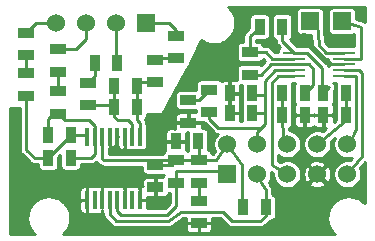
<source format=gtl>
G04 (created by PCBNEW (2013-07-07 BZR 4022)-stable) date 03/12/2013 21:27:05*
%MOIN*%
G04 Gerber Fmt 3.4, Leading zero omitted, Abs format*
%FSLAX34Y34*%
G01*
G70*
G90*
G04 APERTURE LIST*
%ADD10C,0.00590551*%
%ADD11R,0.035X0.055*%
%ADD12R,0.055X0.035*%
%ADD13R,0.06X0.06*%
%ADD14C,0.06*%
%ADD15R,0.0177X0.059*%
%ADD16R,0.075X0.0098*%
%ADD17C,0.035*%
%ADD18C,0.01*%
%ADD19C,0.011811*%
%ADD20C,0.00984252*%
G04 APERTURE END LIST*
G54D10*
G54D11*
X85225Y-25750D03*
X84475Y-25750D03*
X87425Y-23350D03*
X86675Y-23350D03*
G54D12*
X88050Y-25975D03*
X88050Y-26725D03*
G54D11*
X90525Y-24250D03*
X91275Y-24250D03*
X90525Y-23600D03*
X91275Y-23600D03*
X92275Y-24325D03*
X93025Y-24325D03*
X93650Y-24325D03*
X94400Y-24325D03*
G54D13*
X90450Y-26300D03*
G54D14*
X90450Y-25300D03*
X91450Y-26300D03*
X91450Y-25300D03*
X92450Y-26300D03*
X92450Y-25300D03*
X93450Y-26300D03*
X93450Y-25300D03*
X94450Y-26300D03*
X94450Y-25300D03*
G54D12*
X83750Y-21575D03*
X83750Y-22325D03*
X84800Y-22125D03*
X84800Y-22875D03*
G54D11*
X86775Y-22575D03*
X86025Y-22575D03*
G54D12*
X89500Y-25825D03*
X89500Y-26575D03*
X88750Y-21675D03*
X88750Y-22425D03*
X83750Y-22925D03*
X83750Y-23675D03*
X84800Y-23525D03*
X84800Y-24275D03*
X85800Y-23250D03*
X85800Y-24000D03*
X88050Y-22475D03*
X88050Y-23225D03*
G54D11*
X84475Y-25000D03*
X85225Y-25000D03*
X87425Y-24050D03*
X86675Y-24050D03*
X90975Y-27400D03*
X91725Y-27400D03*
G54D12*
X88750Y-26575D03*
X88750Y-25825D03*
X91200Y-22225D03*
X91200Y-22975D03*
G54D11*
X92275Y-21375D03*
X91525Y-21375D03*
X92275Y-23600D03*
X93025Y-23600D03*
X94400Y-23600D03*
X93650Y-23600D03*
G54D15*
X85775Y-27159D03*
X86025Y-27159D03*
X86275Y-27159D03*
X86525Y-27159D03*
X86775Y-27159D03*
X87025Y-27159D03*
X87275Y-27159D03*
X87525Y-27159D03*
X87525Y-25041D03*
X87275Y-25041D03*
X87025Y-25041D03*
X86775Y-25041D03*
X86525Y-25041D03*
X86275Y-25041D03*
X86025Y-25041D03*
X85775Y-25041D03*
G54D16*
X94330Y-23031D03*
X94330Y-22834D03*
X94330Y-22637D03*
X94330Y-22440D03*
X94330Y-22243D03*
X92676Y-22243D03*
X92676Y-22440D03*
X92676Y-22637D03*
X92676Y-22834D03*
X92676Y-23031D03*
G54D12*
X89500Y-27175D03*
X89500Y-27925D03*
G54D13*
X87750Y-21250D03*
G54D14*
X86750Y-21250D03*
X85750Y-21250D03*
X84750Y-21250D03*
G54D12*
X89150Y-23825D03*
X89150Y-24575D03*
X89850Y-24225D03*
X89850Y-23475D03*
G54D13*
X94275Y-21200D03*
X93200Y-21200D03*
G54D11*
X88725Y-25200D03*
X89475Y-25200D03*
G54D17*
X90250Y-28000D03*
X93000Y-21750D03*
X90500Y-22750D03*
X88500Y-24500D03*
X88250Y-25250D03*
X88000Y-27250D03*
X85750Y-26250D03*
X86750Y-25500D03*
G54D18*
X89500Y-25825D02*
X89500Y-25225D01*
X89500Y-25225D02*
X89475Y-25200D01*
X88050Y-25975D02*
X88600Y-25975D01*
X88600Y-25975D02*
X88750Y-25825D01*
X88050Y-25975D02*
X88125Y-25975D01*
X88275Y-25825D02*
X88050Y-25975D01*
X88125Y-25975D02*
X88275Y-25825D01*
X88750Y-25825D02*
X86325Y-25825D01*
X86325Y-25825D02*
X86275Y-25775D01*
X86275Y-25775D02*
X86275Y-25041D01*
X90450Y-25300D02*
X90950Y-26000D01*
X90950Y-27375D02*
X90975Y-27400D01*
X90950Y-26000D02*
X90950Y-27375D01*
X89500Y-25825D02*
X88750Y-25825D01*
X89500Y-25825D02*
X90075Y-25825D01*
X90075Y-25825D02*
X90450Y-25300D01*
X89850Y-24225D02*
X89850Y-24450D01*
X90150Y-24750D02*
X91575Y-24750D01*
X89850Y-24450D02*
X90150Y-24750D01*
X91450Y-25300D02*
X91425Y-24900D01*
X91425Y-24900D02*
X91575Y-24750D01*
X91575Y-24750D02*
X91700Y-24625D01*
X91700Y-24250D02*
X91275Y-24250D01*
X91700Y-23650D02*
X91325Y-23650D01*
X91325Y-23650D02*
X91275Y-23600D01*
X92676Y-22834D02*
X92040Y-22834D01*
X91700Y-24250D02*
X91700Y-24625D01*
X91700Y-23175D02*
X91700Y-23650D01*
X91700Y-23650D02*
X91700Y-24250D01*
X92040Y-22834D02*
X91700Y-23175D01*
G54D19*
X91450Y-25300D02*
X91458Y-25300D01*
G54D18*
X86775Y-27159D02*
X86775Y-27525D01*
X88750Y-27350D02*
X88750Y-26575D01*
X88450Y-27650D02*
X88750Y-27350D01*
X86900Y-27650D02*
X88450Y-27650D01*
X86775Y-27525D02*
X86900Y-27650D01*
X88750Y-26575D02*
X88750Y-26200D01*
X88750Y-26200D02*
X90100Y-26200D01*
X90450Y-26300D02*
X90400Y-26300D01*
X90400Y-26300D02*
X90100Y-26200D01*
X88750Y-21675D02*
X88750Y-21500D01*
X88750Y-21500D02*
X88500Y-21250D01*
X88500Y-21250D02*
X87750Y-21250D01*
X86750Y-21250D02*
X86750Y-22550D01*
X86750Y-22550D02*
X86775Y-22575D01*
X91725Y-27400D02*
X91725Y-27675D01*
X86525Y-27625D02*
X86525Y-27159D01*
X86750Y-27850D02*
X86525Y-27625D01*
X88480Y-27850D02*
X86750Y-27850D01*
X88900Y-27550D02*
X88480Y-27850D01*
X90300Y-27550D02*
X88900Y-27550D01*
X90600Y-27850D02*
X90300Y-27550D01*
X91550Y-27850D02*
X90600Y-27850D01*
X91725Y-27675D02*
X91550Y-27850D01*
X91450Y-26300D02*
X91450Y-26350D01*
X91725Y-26825D02*
X91725Y-27400D01*
X91450Y-26350D02*
X91725Y-26825D01*
X91450Y-26300D02*
X91350Y-26300D01*
X84750Y-21250D02*
X84075Y-21250D01*
X84075Y-21250D02*
X83750Y-21575D01*
X85750Y-21250D02*
X85750Y-21775D01*
X85750Y-21775D02*
X85400Y-22125D01*
X85400Y-22125D02*
X84800Y-22125D01*
X85750Y-21250D02*
X85525Y-21250D01*
X91925Y-23250D02*
X91925Y-25975D01*
X92143Y-23031D02*
X91925Y-23250D01*
X92676Y-23031D02*
X92143Y-23031D01*
X91925Y-25975D02*
X92450Y-26300D01*
X94330Y-22834D02*
X94834Y-22834D01*
X94925Y-25675D02*
X94450Y-26300D01*
X94925Y-22925D02*
X94925Y-25675D01*
X94834Y-22834D02*
X94925Y-22925D01*
X94450Y-25300D02*
X94508Y-25300D01*
X94743Y-23031D02*
X94330Y-23031D01*
X94750Y-23025D02*
X94743Y-23031D01*
X94750Y-24775D02*
X94750Y-23025D01*
X94508Y-25300D02*
X94750Y-24775D01*
X92275Y-24325D02*
X92300Y-25150D01*
X92300Y-25150D02*
X92450Y-25300D01*
X92275Y-23600D02*
X92275Y-24325D01*
X94400Y-24325D02*
X94400Y-24500D01*
X94400Y-24500D02*
X93450Y-25300D01*
X94400Y-23600D02*
X94400Y-24325D01*
X94330Y-22243D02*
X93743Y-22243D01*
X93488Y-21988D02*
X93438Y-21286D01*
X93743Y-22243D02*
X93488Y-21988D01*
X94330Y-22440D02*
X94890Y-22440D01*
X94900Y-21400D02*
X94275Y-21200D01*
X94900Y-22431D02*
X94900Y-21400D01*
X94890Y-22440D02*
X94900Y-22431D01*
X89500Y-27925D02*
X90175Y-27925D01*
X90175Y-27925D02*
X90250Y-28000D01*
X94330Y-22637D02*
X93887Y-22637D01*
X93887Y-22637D02*
X93000Y-21750D01*
X90525Y-23600D02*
X90525Y-22775D01*
X90525Y-22775D02*
X90500Y-22750D01*
X89150Y-24575D02*
X88575Y-24575D01*
X88575Y-24575D02*
X88500Y-24500D01*
X88725Y-25200D02*
X88300Y-25200D01*
X88300Y-25200D02*
X88250Y-25250D01*
X88050Y-26725D02*
X88050Y-27200D01*
X88050Y-27200D02*
X88000Y-27250D01*
X85775Y-27159D02*
X85775Y-26275D01*
X85775Y-26275D02*
X85750Y-26250D01*
X86775Y-25041D02*
X86775Y-25475D01*
X86775Y-25475D02*
X86750Y-25500D01*
X87525Y-27159D02*
X87525Y-26625D01*
X87525Y-26625D02*
X87550Y-26600D01*
X85775Y-27159D02*
X85775Y-26575D01*
X85775Y-26575D02*
X85800Y-26550D01*
X86275Y-27159D02*
X86275Y-26575D01*
X86275Y-26575D02*
X86300Y-26550D01*
X87025Y-27159D02*
X87025Y-26625D01*
X87025Y-26625D02*
X87050Y-26600D01*
X87025Y-25041D02*
X87025Y-25600D01*
X87025Y-25600D02*
X86750Y-25600D01*
X86775Y-25041D02*
X86775Y-25600D01*
X86750Y-25575D02*
X86750Y-25600D01*
X86775Y-25600D02*
X86750Y-25575D01*
X86525Y-25041D02*
X86525Y-25525D01*
X86600Y-25600D02*
X86750Y-25600D01*
X86525Y-25525D02*
X86600Y-25600D01*
X93887Y-22637D02*
X93750Y-22500D01*
X92275Y-21375D02*
X92275Y-21841D01*
X92275Y-21841D02*
X92676Y-22243D01*
X93600Y-22750D02*
X93600Y-23550D01*
X92676Y-22243D02*
X93093Y-22243D01*
X93093Y-22243D02*
X93600Y-22750D01*
X93600Y-23550D02*
X93650Y-23600D01*
X93825Y-23400D02*
X93650Y-23600D01*
X89500Y-26575D02*
X89500Y-27175D01*
X89150Y-23825D02*
X89500Y-23825D01*
X89500Y-23825D02*
X89850Y-23475D01*
X83750Y-22325D02*
X83750Y-22925D01*
X86025Y-22575D02*
X86025Y-23025D01*
X86025Y-23025D02*
X85800Y-23250D01*
X91200Y-22225D02*
X91200Y-21700D01*
X91200Y-21700D02*
X91525Y-21375D01*
X92676Y-22440D02*
X91940Y-22440D01*
X91725Y-22225D02*
X91200Y-22225D01*
X91940Y-22440D02*
X91725Y-22225D01*
X88750Y-22425D02*
X88100Y-22425D01*
X88100Y-22425D02*
X88050Y-22475D01*
X84800Y-22875D02*
X84800Y-23525D01*
X84800Y-24275D02*
X84650Y-24275D01*
X84650Y-24275D02*
X84475Y-24450D01*
X84475Y-24450D02*
X84475Y-25000D01*
X86025Y-25041D02*
X86025Y-24675D01*
X85025Y-24500D02*
X84800Y-24275D01*
X85850Y-24500D02*
X85025Y-24500D01*
X86025Y-24675D02*
X85850Y-24500D01*
X86025Y-25041D02*
X86025Y-25625D01*
X85900Y-25750D02*
X85225Y-25750D01*
X86025Y-25625D02*
X85900Y-25750D01*
X84475Y-25750D02*
X84025Y-25750D01*
X84025Y-25750D02*
X83750Y-25475D01*
X83750Y-25475D02*
X83750Y-23675D01*
X85225Y-25000D02*
X84475Y-25750D01*
X85225Y-25000D02*
X85734Y-25000D01*
X85734Y-25000D02*
X85775Y-25041D01*
X92676Y-22637D02*
X93162Y-22637D01*
X93300Y-23325D02*
X93025Y-23600D01*
X93300Y-22775D02*
X93300Y-23325D01*
X93162Y-22637D02*
X93300Y-22775D01*
X92676Y-22637D02*
X91912Y-22637D01*
X91575Y-22975D02*
X91200Y-22975D01*
X91912Y-22637D02*
X91575Y-22975D01*
X87425Y-23350D02*
X87425Y-24050D01*
X88050Y-23225D02*
X87550Y-23225D01*
X87550Y-23225D02*
X87425Y-23350D01*
X87525Y-24575D02*
X87525Y-25041D01*
X87425Y-24475D02*
X87525Y-24575D01*
X87425Y-24050D02*
X87425Y-24475D01*
X86800Y-24500D02*
X86675Y-24375D01*
X87150Y-24500D02*
X86800Y-24500D01*
X87275Y-24625D02*
X87150Y-24500D01*
X86625Y-24000D02*
X86675Y-24050D01*
X86675Y-24375D02*
X86675Y-24050D01*
X86675Y-23350D02*
X86675Y-24050D01*
X85800Y-24000D02*
X86625Y-24000D01*
X87275Y-25041D02*
X87275Y-24625D01*
G54D10*
G36*
X86792Y-25050D02*
X86784Y-25050D01*
X86784Y-25077D01*
X86775Y-25086D01*
X86765Y-25077D01*
X86765Y-25050D01*
X86757Y-25050D01*
X86757Y-25031D01*
X86765Y-25031D01*
X86765Y-25023D01*
X86784Y-25023D01*
X86784Y-25031D01*
X86792Y-25031D01*
X86792Y-25050D01*
X86792Y-25050D01*
G37*
G54D20*
X86792Y-25050D02*
X86784Y-25050D01*
X86784Y-25077D01*
X86775Y-25086D01*
X86765Y-25077D01*
X86765Y-25050D01*
X86757Y-25050D01*
X86757Y-25031D01*
X86765Y-25031D01*
X86765Y-25023D01*
X86784Y-25023D01*
X86784Y-25031D01*
X86792Y-25031D01*
X86792Y-25050D01*
G54D10*
G36*
X95032Y-21228D02*
X95026Y-21224D01*
X95021Y-21219D01*
X95017Y-21217D01*
X95007Y-21210D01*
X94989Y-21202D01*
X94984Y-21199D01*
X94980Y-21198D01*
X94969Y-21193D01*
X94966Y-21192D01*
X94742Y-21121D01*
X94742Y-20883D01*
X94735Y-20851D01*
X94723Y-20821D01*
X94705Y-20793D01*
X94682Y-20770D01*
X94654Y-20752D01*
X94624Y-20739D01*
X94592Y-20732D01*
X94559Y-20732D01*
X93958Y-20732D01*
X93926Y-20739D01*
X93896Y-20751D01*
X93868Y-20769D01*
X93845Y-20792D01*
X93827Y-20820D01*
X93814Y-20850D01*
X93807Y-20882D01*
X93807Y-20915D01*
X93807Y-21516D01*
X93814Y-21548D01*
X93826Y-21578D01*
X93844Y-21606D01*
X93867Y-21629D01*
X93895Y-21647D01*
X93925Y-21660D01*
X93957Y-21667D01*
X93990Y-21667D01*
X94591Y-21667D01*
X94623Y-21660D01*
X94653Y-21648D01*
X94681Y-21630D01*
X94682Y-21628D01*
X94682Y-22027D01*
X94342Y-22027D01*
X94333Y-22026D01*
X94330Y-22026D01*
X93833Y-22026D01*
X93699Y-21892D01*
X93667Y-21445D01*
X93667Y-20883D01*
X93660Y-20851D01*
X93648Y-20821D01*
X93630Y-20793D01*
X93607Y-20770D01*
X93579Y-20752D01*
X93549Y-20739D01*
X93517Y-20732D01*
X93484Y-20732D01*
X92883Y-20732D01*
X92851Y-20739D01*
X92821Y-20751D01*
X92793Y-20769D01*
X92770Y-20792D01*
X92752Y-20820D01*
X92739Y-20850D01*
X92732Y-20882D01*
X92732Y-20915D01*
X92732Y-21516D01*
X92739Y-21548D01*
X92751Y-21578D01*
X92769Y-21606D01*
X92792Y-21629D01*
X92820Y-21647D01*
X92850Y-21660D01*
X92882Y-21667D01*
X92915Y-21667D01*
X93247Y-21667D01*
X93271Y-22003D01*
X93273Y-22012D01*
X93274Y-22028D01*
X93277Y-22039D01*
X93278Y-22045D01*
X93282Y-22053D01*
X93286Y-22068D01*
X93291Y-22078D01*
X93293Y-22085D01*
X93298Y-22092D01*
X93305Y-22106D01*
X93312Y-22115D01*
X93316Y-22121D01*
X93322Y-22127D01*
X93332Y-22139D01*
X93334Y-22141D01*
X93590Y-22397D01*
X93605Y-22410D01*
X93621Y-22423D01*
X93622Y-22423D01*
X93622Y-22424D01*
X93640Y-22433D01*
X93658Y-22443D01*
X93659Y-22443D01*
X93660Y-22444D01*
X93679Y-22450D01*
X93698Y-22456D01*
X93699Y-22456D01*
X93700Y-22456D01*
X93720Y-22458D01*
X93740Y-22461D01*
X93742Y-22461D01*
X93743Y-22461D01*
X93743Y-22461D01*
X93743Y-22461D01*
X93788Y-22461D01*
X93788Y-22506D01*
X93794Y-22538D01*
X93795Y-22539D01*
X93794Y-22540D01*
X93788Y-22572D01*
X93788Y-22586D01*
X93830Y-22627D01*
X93861Y-22627D01*
X93875Y-22637D01*
X93876Y-22637D01*
X93861Y-22647D01*
X93830Y-22647D01*
X93803Y-22674D01*
X93801Y-22669D01*
X93801Y-22668D01*
X93800Y-22667D01*
X93791Y-22649D01*
X93782Y-22631D01*
X93781Y-22630D01*
X93781Y-22629D01*
X93768Y-22614D01*
X93755Y-22598D01*
X93754Y-22596D01*
X93754Y-22596D01*
X93754Y-22596D01*
X93753Y-22596D01*
X93247Y-22090D01*
X93231Y-22077D01*
X93216Y-22064D01*
X93215Y-22063D01*
X93214Y-22063D01*
X93197Y-22053D01*
X93179Y-22044D01*
X93178Y-22043D01*
X93177Y-22043D01*
X93158Y-22037D01*
X93138Y-22031D01*
X93137Y-22031D01*
X93136Y-22030D01*
X93116Y-22028D01*
X93096Y-22026D01*
X93094Y-22026D01*
X93094Y-22026D01*
X93094Y-22026D01*
X93093Y-22026D01*
X92766Y-22026D01*
X92534Y-21794D01*
X92556Y-21780D01*
X92579Y-21757D01*
X92597Y-21729D01*
X92610Y-21699D01*
X92617Y-21667D01*
X92617Y-21634D01*
X92617Y-21083D01*
X92610Y-21051D01*
X92598Y-21021D01*
X92580Y-20993D01*
X92557Y-20970D01*
X92529Y-20952D01*
X92499Y-20939D01*
X92467Y-20932D01*
X92434Y-20932D01*
X92083Y-20932D01*
X92051Y-20939D01*
X92021Y-20951D01*
X91993Y-20969D01*
X91970Y-20992D01*
X91952Y-21020D01*
X91939Y-21050D01*
X91932Y-21082D01*
X91932Y-21115D01*
X91932Y-21666D01*
X91939Y-21698D01*
X91951Y-21728D01*
X91969Y-21756D01*
X91992Y-21779D01*
X92020Y-21797D01*
X92050Y-21810D01*
X92057Y-21812D01*
X92057Y-21841D01*
X92059Y-21861D01*
X92061Y-21881D01*
X92061Y-21882D01*
X92061Y-21884D01*
X92067Y-21903D01*
X92073Y-21922D01*
X92073Y-21923D01*
X92074Y-21924D01*
X92083Y-21942D01*
X92092Y-21960D01*
X92093Y-21961D01*
X92093Y-21962D01*
X92106Y-21977D01*
X92119Y-21993D01*
X92120Y-21994D01*
X92120Y-21994D01*
X92120Y-21995D01*
X92121Y-21995D01*
X92192Y-22067D01*
X92172Y-22087D01*
X92154Y-22114D01*
X92141Y-22145D01*
X92134Y-22177D01*
X92134Y-22210D01*
X92134Y-22223D01*
X92030Y-22223D01*
X91878Y-22071D01*
X91863Y-22058D01*
X91847Y-22045D01*
X91846Y-22045D01*
X91845Y-22044D01*
X91828Y-22034D01*
X91810Y-22025D01*
X91809Y-22024D01*
X91808Y-22024D01*
X91789Y-22018D01*
X91770Y-22012D01*
X91769Y-22012D01*
X91767Y-22011D01*
X91747Y-22009D01*
X91728Y-22007D01*
X91725Y-22007D01*
X91725Y-22007D01*
X91725Y-22007D01*
X91725Y-22007D01*
X91637Y-22007D01*
X91635Y-22001D01*
X91623Y-21971D01*
X91605Y-21943D01*
X91582Y-21920D01*
X91554Y-21902D01*
X91524Y-21889D01*
X91492Y-21882D01*
X91459Y-21882D01*
X91417Y-21882D01*
X91417Y-21817D01*
X91716Y-21817D01*
X91748Y-21810D01*
X91778Y-21798D01*
X91806Y-21780D01*
X91829Y-21757D01*
X91847Y-21729D01*
X91860Y-21699D01*
X91867Y-21667D01*
X91867Y-21634D01*
X91867Y-21083D01*
X91860Y-21051D01*
X91848Y-21021D01*
X91830Y-20993D01*
X91807Y-20970D01*
X91779Y-20952D01*
X91749Y-20939D01*
X91717Y-20932D01*
X91684Y-20932D01*
X91333Y-20932D01*
X91301Y-20939D01*
X91271Y-20951D01*
X91243Y-20969D01*
X91220Y-20992D01*
X91202Y-21020D01*
X91189Y-21050D01*
X91182Y-21082D01*
X91182Y-21115D01*
X91182Y-21410D01*
X91046Y-21546D01*
X91033Y-21561D01*
X91020Y-21577D01*
X91020Y-21578D01*
X91019Y-21579D01*
X91009Y-21596D01*
X91000Y-21614D01*
X90999Y-21615D01*
X90999Y-21616D01*
X90993Y-21635D01*
X90987Y-21654D01*
X90987Y-21655D01*
X90986Y-21657D01*
X90984Y-21677D01*
X90982Y-21696D01*
X90982Y-21699D01*
X90982Y-21699D01*
X90982Y-21699D01*
X90982Y-21700D01*
X90982Y-21882D01*
X90908Y-21882D01*
X90876Y-21889D01*
X90846Y-21901D01*
X90818Y-21919D01*
X90795Y-21942D01*
X90777Y-21970D01*
X90764Y-22000D01*
X90757Y-22032D01*
X90757Y-22065D01*
X90757Y-22416D01*
X90764Y-22448D01*
X90776Y-22478D01*
X90794Y-22506D01*
X90817Y-22529D01*
X90845Y-22547D01*
X90875Y-22560D01*
X90907Y-22567D01*
X90940Y-22567D01*
X91491Y-22567D01*
X91523Y-22560D01*
X91553Y-22548D01*
X91581Y-22530D01*
X91604Y-22507D01*
X91622Y-22479D01*
X91635Y-22449D01*
X91636Y-22444D01*
X91717Y-22524D01*
X91576Y-22666D01*
X91554Y-22652D01*
X91524Y-22639D01*
X91492Y-22632D01*
X91459Y-22632D01*
X90908Y-22632D01*
X90876Y-22639D01*
X90846Y-22651D01*
X90818Y-22669D01*
X90795Y-22692D01*
X90777Y-22720D01*
X90764Y-22750D01*
X90757Y-22782D01*
X90757Y-22815D01*
X90757Y-23166D01*
X90757Y-23167D01*
X90748Y-23164D01*
X90716Y-23157D01*
X90576Y-23157D01*
X90534Y-23199D01*
X90534Y-23590D01*
X90825Y-23590D01*
X90867Y-23548D01*
X90867Y-23340D01*
X90867Y-23307D01*
X90867Y-23307D01*
X90875Y-23310D01*
X90907Y-23317D01*
X90932Y-23317D01*
X90932Y-23340D01*
X90932Y-23891D01*
X90939Y-23923D01*
X90939Y-23924D01*
X90939Y-23925D01*
X90932Y-23957D01*
X90932Y-23990D01*
X90932Y-24532D01*
X90867Y-24532D01*
X90867Y-24509D01*
X90867Y-23990D01*
X90867Y-23957D01*
X90860Y-23925D01*
X90860Y-23925D01*
X90860Y-23924D01*
X90867Y-23892D01*
X90867Y-23859D01*
X90867Y-23651D01*
X90825Y-23609D01*
X90534Y-23609D01*
X90534Y-23849D01*
X90534Y-24000D01*
X90534Y-24240D01*
X90825Y-24240D01*
X90867Y-24198D01*
X90867Y-23990D01*
X90867Y-24509D01*
X90867Y-24301D01*
X90825Y-24259D01*
X90534Y-24259D01*
X90534Y-24267D01*
X90515Y-24267D01*
X90515Y-24259D01*
X90507Y-24259D01*
X90507Y-24240D01*
X90515Y-24240D01*
X90515Y-24000D01*
X90515Y-23849D01*
X90515Y-23609D01*
X90507Y-23609D01*
X90507Y-23590D01*
X90515Y-23590D01*
X90515Y-23199D01*
X90473Y-23157D01*
X90333Y-23157D01*
X90301Y-23164D01*
X90271Y-23176D01*
X90251Y-23189D01*
X90232Y-23170D01*
X90204Y-23152D01*
X90174Y-23139D01*
X90142Y-23132D01*
X90109Y-23132D01*
X89558Y-23132D01*
X89526Y-23139D01*
X89496Y-23151D01*
X89468Y-23169D01*
X89445Y-23192D01*
X89427Y-23220D01*
X89414Y-23250D01*
X89407Y-23282D01*
X89407Y-23315D01*
X89407Y-23482D01*
X88858Y-23482D01*
X88826Y-23489D01*
X88796Y-23501D01*
X88768Y-23519D01*
X88745Y-23542D01*
X88727Y-23570D01*
X88714Y-23600D01*
X88707Y-23632D01*
X88707Y-23665D01*
X88707Y-24016D01*
X88714Y-24048D01*
X88726Y-24078D01*
X88744Y-24106D01*
X88767Y-24129D01*
X88795Y-24147D01*
X88825Y-24160D01*
X88857Y-24167D01*
X88890Y-24167D01*
X89407Y-24167D01*
X89407Y-24232D01*
X89201Y-24232D01*
X89159Y-24274D01*
X89159Y-24565D01*
X89547Y-24565D01*
X89557Y-24567D01*
X89590Y-24567D01*
X89667Y-24567D01*
X89667Y-24568D01*
X89668Y-24569D01*
X89668Y-24570D01*
X89681Y-24585D01*
X89694Y-24601D01*
X89695Y-24603D01*
X89695Y-24603D01*
X89695Y-24603D01*
X89696Y-24603D01*
X89996Y-24903D01*
X90011Y-24916D01*
X90027Y-24929D01*
X90028Y-24929D01*
X90029Y-24930D01*
X90046Y-24940D01*
X90064Y-24949D01*
X90065Y-24950D01*
X90066Y-24950D01*
X90085Y-24956D01*
X90104Y-24962D01*
X90105Y-24962D01*
X90107Y-24963D01*
X90124Y-24964D01*
X90090Y-24998D01*
X90038Y-25073D01*
X90002Y-25158D01*
X89983Y-25247D01*
X89982Y-25339D01*
X89998Y-25429D01*
X90031Y-25512D01*
X89963Y-25607D01*
X89937Y-25607D01*
X89935Y-25601D01*
X89923Y-25571D01*
X89905Y-25543D01*
X89882Y-25520D01*
X89854Y-25502D01*
X89824Y-25489D01*
X89817Y-25487D01*
X89817Y-25459D01*
X89817Y-24908D01*
X89810Y-24876D01*
X89798Y-24846D01*
X89780Y-24818D01*
X89757Y-24795D01*
X89729Y-24777D01*
X89699Y-24764D01*
X89667Y-24757D01*
X89634Y-24757D01*
X89592Y-24757D01*
X89592Y-24626D01*
X89550Y-24584D01*
X89159Y-24584D01*
X89159Y-24592D01*
X89140Y-24592D01*
X89140Y-24584D01*
X89140Y-24565D01*
X89140Y-24274D01*
X89098Y-24232D01*
X88890Y-24232D01*
X88857Y-24232D01*
X88825Y-24239D01*
X88795Y-24252D01*
X88767Y-24270D01*
X88744Y-24293D01*
X88726Y-24321D01*
X88714Y-24351D01*
X88707Y-24383D01*
X88707Y-24523D01*
X88749Y-24565D01*
X89140Y-24565D01*
X89140Y-24584D01*
X88749Y-24584D01*
X88707Y-24626D01*
X88707Y-24766D01*
X88713Y-24798D01*
X88673Y-24757D01*
X88533Y-24757D01*
X88501Y-24764D01*
X88471Y-24776D01*
X88443Y-24794D01*
X88420Y-24817D01*
X88402Y-24845D01*
X88389Y-24875D01*
X88382Y-24907D01*
X88382Y-24940D01*
X88382Y-25148D01*
X88424Y-25190D01*
X88715Y-25190D01*
X88715Y-25182D01*
X88734Y-25182D01*
X88734Y-25190D01*
X89025Y-25190D01*
X89067Y-25148D01*
X89067Y-24940D01*
X89067Y-24917D01*
X89098Y-24917D01*
X89139Y-24876D01*
X89132Y-24907D01*
X89132Y-24940D01*
X89132Y-25491D01*
X89136Y-25508D01*
X89124Y-25515D01*
X89104Y-25502D01*
X89074Y-25489D01*
X89067Y-25487D01*
X89067Y-25459D01*
X89067Y-25251D01*
X89025Y-25209D01*
X88734Y-25209D01*
X88734Y-25217D01*
X88715Y-25217D01*
X88715Y-25209D01*
X88424Y-25209D01*
X88382Y-25251D01*
X88382Y-25459D01*
X88382Y-25492D01*
X88386Y-25508D01*
X88368Y-25519D01*
X88345Y-25542D01*
X88327Y-25570D01*
X88314Y-25600D01*
X88312Y-25607D01*
X88277Y-25607D01*
X88277Y-25607D01*
X88277Y-25607D01*
X86492Y-25607D01*
X86492Y-25484D01*
X86515Y-25461D01*
X86515Y-25407D01*
X86524Y-25385D01*
X86525Y-25381D01*
X86525Y-25385D01*
X86534Y-25407D01*
X86534Y-25461D01*
X86576Y-25503D01*
X86629Y-25503D01*
X86650Y-25499D01*
X86670Y-25503D01*
X86723Y-25503D01*
X86765Y-25461D01*
X86765Y-25407D01*
X86774Y-25385D01*
X86775Y-25381D01*
X86775Y-25385D01*
X86784Y-25407D01*
X86784Y-25461D01*
X86826Y-25503D01*
X86879Y-25503D01*
X86900Y-25499D01*
X86920Y-25503D01*
X86973Y-25503D01*
X87015Y-25461D01*
X87015Y-25407D01*
X87024Y-25385D01*
X87024Y-25381D01*
X87025Y-25384D01*
X87034Y-25407D01*
X87034Y-25461D01*
X87076Y-25503D01*
X87129Y-25503D01*
X87150Y-25499D01*
X87168Y-25503D01*
X87201Y-25503D01*
X87379Y-25503D01*
X87400Y-25499D01*
X87418Y-25503D01*
X87451Y-25503D01*
X87629Y-25503D01*
X87662Y-25496D01*
X87692Y-25484D01*
X87719Y-25466D01*
X87743Y-25443D01*
X87761Y-25415D01*
X87774Y-25385D01*
X87780Y-25353D01*
X87780Y-25320D01*
X87780Y-24729D01*
X87774Y-24697D01*
X87761Y-24667D01*
X87743Y-24639D01*
X87742Y-24638D01*
X87742Y-24575D01*
X87740Y-24555D01*
X87738Y-24535D01*
X87738Y-24533D01*
X87738Y-24532D01*
X87732Y-24513D01*
X87726Y-24494D01*
X87726Y-24493D01*
X87725Y-24492D01*
X87716Y-24474D01*
X87707Y-24456D01*
X87706Y-24455D01*
X87706Y-24455D01*
X87729Y-24432D01*
X87747Y-24404D01*
X87760Y-24374D01*
X87767Y-24342D01*
X87767Y-24309D01*
X87767Y-24279D01*
X88278Y-24300D01*
X89099Y-22750D01*
X89103Y-22748D01*
X89131Y-22730D01*
X89154Y-22707D01*
X89172Y-22679D01*
X89185Y-22649D01*
X89192Y-22617D01*
X89192Y-22584D01*
X89192Y-22575D01*
X89585Y-21833D01*
X89598Y-21843D01*
X89614Y-21853D01*
X89631Y-21864D01*
X89634Y-21866D01*
X89634Y-21866D01*
X89634Y-21866D01*
X89634Y-21866D01*
X89721Y-21910D01*
X89739Y-21917D01*
X89757Y-21924D01*
X89760Y-21925D01*
X89760Y-21925D01*
X89854Y-21951D01*
X89874Y-21955D01*
X89893Y-21958D01*
X89896Y-21959D01*
X89896Y-21959D01*
X89993Y-21966D01*
X90013Y-21966D01*
X90033Y-21966D01*
X90036Y-21965D01*
X90036Y-21965D01*
X90133Y-21954D01*
X90152Y-21949D01*
X90171Y-21945D01*
X90174Y-21945D01*
X90267Y-21914D01*
X90285Y-21906D01*
X90303Y-21899D01*
X90306Y-21897D01*
X90306Y-21897D01*
X90391Y-21850D01*
X90407Y-21839D01*
X90423Y-21828D01*
X90426Y-21826D01*
X90426Y-21826D01*
X90426Y-21826D01*
X90426Y-21826D01*
X90500Y-21762D01*
X90514Y-21748D01*
X90528Y-21734D01*
X90529Y-21732D01*
X90590Y-21655D01*
X90601Y-21639D01*
X90612Y-21622D01*
X90613Y-21620D01*
X90613Y-21620D01*
X90658Y-21533D01*
X90665Y-21515D01*
X90672Y-21496D01*
X90673Y-21493D01*
X90700Y-21400D01*
X90704Y-21380D01*
X90708Y-21361D01*
X90708Y-21358D01*
X90708Y-21358D01*
X90716Y-21261D01*
X90716Y-21241D01*
X90716Y-21221D01*
X90715Y-21218D01*
X90715Y-21218D01*
X90705Y-21121D01*
X90700Y-21102D01*
X90697Y-21083D01*
X90696Y-21080D01*
X90666Y-20987D01*
X90658Y-20969D01*
X90651Y-20951D01*
X90650Y-20948D01*
X90650Y-20948D01*
X90602Y-20862D01*
X90591Y-20846D01*
X90580Y-20830D01*
X90579Y-20827D01*
X90579Y-20827D01*
X90516Y-20753D01*
X90502Y-20739D01*
X90488Y-20725D01*
X90486Y-20723D01*
X90478Y-20717D01*
X95032Y-20717D01*
X95032Y-21228D01*
X95032Y-21228D01*
G37*
G54D20*
X95032Y-21228D02*
X95026Y-21224D01*
X95021Y-21219D01*
X95017Y-21217D01*
X95007Y-21210D01*
X94989Y-21202D01*
X94984Y-21199D01*
X94980Y-21198D01*
X94969Y-21193D01*
X94966Y-21192D01*
X94742Y-21121D01*
X94742Y-20883D01*
X94735Y-20851D01*
X94723Y-20821D01*
X94705Y-20793D01*
X94682Y-20770D01*
X94654Y-20752D01*
X94624Y-20739D01*
X94592Y-20732D01*
X94559Y-20732D01*
X93958Y-20732D01*
X93926Y-20739D01*
X93896Y-20751D01*
X93868Y-20769D01*
X93845Y-20792D01*
X93827Y-20820D01*
X93814Y-20850D01*
X93807Y-20882D01*
X93807Y-20915D01*
X93807Y-21516D01*
X93814Y-21548D01*
X93826Y-21578D01*
X93844Y-21606D01*
X93867Y-21629D01*
X93895Y-21647D01*
X93925Y-21660D01*
X93957Y-21667D01*
X93990Y-21667D01*
X94591Y-21667D01*
X94623Y-21660D01*
X94653Y-21648D01*
X94681Y-21630D01*
X94682Y-21628D01*
X94682Y-22027D01*
X94342Y-22027D01*
X94333Y-22026D01*
X94330Y-22026D01*
X93833Y-22026D01*
X93699Y-21892D01*
X93667Y-21445D01*
X93667Y-20883D01*
X93660Y-20851D01*
X93648Y-20821D01*
X93630Y-20793D01*
X93607Y-20770D01*
X93579Y-20752D01*
X93549Y-20739D01*
X93517Y-20732D01*
X93484Y-20732D01*
X92883Y-20732D01*
X92851Y-20739D01*
X92821Y-20751D01*
X92793Y-20769D01*
X92770Y-20792D01*
X92752Y-20820D01*
X92739Y-20850D01*
X92732Y-20882D01*
X92732Y-20915D01*
X92732Y-21516D01*
X92739Y-21548D01*
X92751Y-21578D01*
X92769Y-21606D01*
X92792Y-21629D01*
X92820Y-21647D01*
X92850Y-21660D01*
X92882Y-21667D01*
X92915Y-21667D01*
X93247Y-21667D01*
X93271Y-22003D01*
X93273Y-22012D01*
X93274Y-22028D01*
X93277Y-22039D01*
X93278Y-22045D01*
X93282Y-22053D01*
X93286Y-22068D01*
X93291Y-22078D01*
X93293Y-22085D01*
X93298Y-22092D01*
X93305Y-22106D01*
X93312Y-22115D01*
X93316Y-22121D01*
X93322Y-22127D01*
X93332Y-22139D01*
X93334Y-22141D01*
X93590Y-22397D01*
X93605Y-22410D01*
X93621Y-22423D01*
X93622Y-22423D01*
X93622Y-22424D01*
X93640Y-22433D01*
X93658Y-22443D01*
X93659Y-22443D01*
X93660Y-22444D01*
X93679Y-22450D01*
X93698Y-22456D01*
X93699Y-22456D01*
X93700Y-22456D01*
X93720Y-22458D01*
X93740Y-22461D01*
X93742Y-22461D01*
X93743Y-22461D01*
X93743Y-22461D01*
X93743Y-22461D01*
X93788Y-22461D01*
X93788Y-22506D01*
X93794Y-22538D01*
X93795Y-22539D01*
X93794Y-22540D01*
X93788Y-22572D01*
X93788Y-22586D01*
X93830Y-22627D01*
X93861Y-22627D01*
X93875Y-22637D01*
X93876Y-22637D01*
X93861Y-22647D01*
X93830Y-22647D01*
X93803Y-22674D01*
X93801Y-22669D01*
X93801Y-22668D01*
X93800Y-22667D01*
X93791Y-22649D01*
X93782Y-22631D01*
X93781Y-22630D01*
X93781Y-22629D01*
X93768Y-22614D01*
X93755Y-22598D01*
X93754Y-22596D01*
X93754Y-22596D01*
X93754Y-22596D01*
X93753Y-22596D01*
X93247Y-22090D01*
X93231Y-22077D01*
X93216Y-22064D01*
X93215Y-22063D01*
X93214Y-22063D01*
X93197Y-22053D01*
X93179Y-22044D01*
X93178Y-22043D01*
X93177Y-22043D01*
X93158Y-22037D01*
X93138Y-22031D01*
X93137Y-22031D01*
X93136Y-22030D01*
X93116Y-22028D01*
X93096Y-22026D01*
X93094Y-22026D01*
X93094Y-22026D01*
X93094Y-22026D01*
X93093Y-22026D01*
X92766Y-22026D01*
X92534Y-21794D01*
X92556Y-21780D01*
X92579Y-21757D01*
X92597Y-21729D01*
X92610Y-21699D01*
X92617Y-21667D01*
X92617Y-21634D01*
X92617Y-21083D01*
X92610Y-21051D01*
X92598Y-21021D01*
X92580Y-20993D01*
X92557Y-20970D01*
X92529Y-20952D01*
X92499Y-20939D01*
X92467Y-20932D01*
X92434Y-20932D01*
X92083Y-20932D01*
X92051Y-20939D01*
X92021Y-20951D01*
X91993Y-20969D01*
X91970Y-20992D01*
X91952Y-21020D01*
X91939Y-21050D01*
X91932Y-21082D01*
X91932Y-21115D01*
X91932Y-21666D01*
X91939Y-21698D01*
X91951Y-21728D01*
X91969Y-21756D01*
X91992Y-21779D01*
X92020Y-21797D01*
X92050Y-21810D01*
X92057Y-21812D01*
X92057Y-21841D01*
X92059Y-21861D01*
X92061Y-21881D01*
X92061Y-21882D01*
X92061Y-21884D01*
X92067Y-21903D01*
X92073Y-21922D01*
X92073Y-21923D01*
X92074Y-21924D01*
X92083Y-21942D01*
X92092Y-21960D01*
X92093Y-21961D01*
X92093Y-21962D01*
X92106Y-21977D01*
X92119Y-21993D01*
X92120Y-21994D01*
X92120Y-21994D01*
X92120Y-21995D01*
X92121Y-21995D01*
X92192Y-22067D01*
X92172Y-22087D01*
X92154Y-22114D01*
X92141Y-22145D01*
X92134Y-22177D01*
X92134Y-22210D01*
X92134Y-22223D01*
X92030Y-22223D01*
X91878Y-22071D01*
X91863Y-22058D01*
X91847Y-22045D01*
X91846Y-22045D01*
X91845Y-22044D01*
X91828Y-22034D01*
X91810Y-22025D01*
X91809Y-22024D01*
X91808Y-22024D01*
X91789Y-22018D01*
X91770Y-22012D01*
X91769Y-22012D01*
X91767Y-22011D01*
X91747Y-22009D01*
X91728Y-22007D01*
X91725Y-22007D01*
X91725Y-22007D01*
X91725Y-22007D01*
X91725Y-22007D01*
X91637Y-22007D01*
X91635Y-22001D01*
X91623Y-21971D01*
X91605Y-21943D01*
X91582Y-21920D01*
X91554Y-21902D01*
X91524Y-21889D01*
X91492Y-21882D01*
X91459Y-21882D01*
X91417Y-21882D01*
X91417Y-21817D01*
X91716Y-21817D01*
X91748Y-21810D01*
X91778Y-21798D01*
X91806Y-21780D01*
X91829Y-21757D01*
X91847Y-21729D01*
X91860Y-21699D01*
X91867Y-21667D01*
X91867Y-21634D01*
X91867Y-21083D01*
X91860Y-21051D01*
X91848Y-21021D01*
X91830Y-20993D01*
X91807Y-20970D01*
X91779Y-20952D01*
X91749Y-20939D01*
X91717Y-20932D01*
X91684Y-20932D01*
X91333Y-20932D01*
X91301Y-20939D01*
X91271Y-20951D01*
X91243Y-20969D01*
X91220Y-20992D01*
X91202Y-21020D01*
X91189Y-21050D01*
X91182Y-21082D01*
X91182Y-21115D01*
X91182Y-21410D01*
X91046Y-21546D01*
X91033Y-21561D01*
X91020Y-21577D01*
X91020Y-21578D01*
X91019Y-21579D01*
X91009Y-21596D01*
X91000Y-21614D01*
X90999Y-21615D01*
X90999Y-21616D01*
X90993Y-21635D01*
X90987Y-21654D01*
X90987Y-21655D01*
X90986Y-21657D01*
X90984Y-21677D01*
X90982Y-21696D01*
X90982Y-21699D01*
X90982Y-21699D01*
X90982Y-21699D01*
X90982Y-21700D01*
X90982Y-21882D01*
X90908Y-21882D01*
X90876Y-21889D01*
X90846Y-21901D01*
X90818Y-21919D01*
X90795Y-21942D01*
X90777Y-21970D01*
X90764Y-22000D01*
X90757Y-22032D01*
X90757Y-22065D01*
X90757Y-22416D01*
X90764Y-22448D01*
X90776Y-22478D01*
X90794Y-22506D01*
X90817Y-22529D01*
X90845Y-22547D01*
X90875Y-22560D01*
X90907Y-22567D01*
X90940Y-22567D01*
X91491Y-22567D01*
X91523Y-22560D01*
X91553Y-22548D01*
X91581Y-22530D01*
X91604Y-22507D01*
X91622Y-22479D01*
X91635Y-22449D01*
X91636Y-22444D01*
X91717Y-22524D01*
X91576Y-22666D01*
X91554Y-22652D01*
X91524Y-22639D01*
X91492Y-22632D01*
X91459Y-22632D01*
X90908Y-22632D01*
X90876Y-22639D01*
X90846Y-22651D01*
X90818Y-22669D01*
X90795Y-22692D01*
X90777Y-22720D01*
X90764Y-22750D01*
X90757Y-22782D01*
X90757Y-22815D01*
X90757Y-23166D01*
X90757Y-23167D01*
X90748Y-23164D01*
X90716Y-23157D01*
X90576Y-23157D01*
X90534Y-23199D01*
X90534Y-23590D01*
X90825Y-23590D01*
X90867Y-23548D01*
X90867Y-23340D01*
X90867Y-23307D01*
X90867Y-23307D01*
X90875Y-23310D01*
X90907Y-23317D01*
X90932Y-23317D01*
X90932Y-23340D01*
X90932Y-23891D01*
X90939Y-23923D01*
X90939Y-23924D01*
X90939Y-23925D01*
X90932Y-23957D01*
X90932Y-23990D01*
X90932Y-24532D01*
X90867Y-24532D01*
X90867Y-24509D01*
X90867Y-23990D01*
X90867Y-23957D01*
X90860Y-23925D01*
X90860Y-23925D01*
X90860Y-23924D01*
X90867Y-23892D01*
X90867Y-23859D01*
X90867Y-23651D01*
X90825Y-23609D01*
X90534Y-23609D01*
X90534Y-23849D01*
X90534Y-24000D01*
X90534Y-24240D01*
X90825Y-24240D01*
X90867Y-24198D01*
X90867Y-23990D01*
X90867Y-24509D01*
X90867Y-24301D01*
X90825Y-24259D01*
X90534Y-24259D01*
X90534Y-24267D01*
X90515Y-24267D01*
X90515Y-24259D01*
X90507Y-24259D01*
X90507Y-24240D01*
X90515Y-24240D01*
X90515Y-24000D01*
X90515Y-23849D01*
X90515Y-23609D01*
X90507Y-23609D01*
X90507Y-23590D01*
X90515Y-23590D01*
X90515Y-23199D01*
X90473Y-23157D01*
X90333Y-23157D01*
X90301Y-23164D01*
X90271Y-23176D01*
X90251Y-23189D01*
X90232Y-23170D01*
X90204Y-23152D01*
X90174Y-23139D01*
X90142Y-23132D01*
X90109Y-23132D01*
X89558Y-23132D01*
X89526Y-23139D01*
X89496Y-23151D01*
X89468Y-23169D01*
X89445Y-23192D01*
X89427Y-23220D01*
X89414Y-23250D01*
X89407Y-23282D01*
X89407Y-23315D01*
X89407Y-23482D01*
X88858Y-23482D01*
X88826Y-23489D01*
X88796Y-23501D01*
X88768Y-23519D01*
X88745Y-23542D01*
X88727Y-23570D01*
X88714Y-23600D01*
X88707Y-23632D01*
X88707Y-23665D01*
X88707Y-24016D01*
X88714Y-24048D01*
X88726Y-24078D01*
X88744Y-24106D01*
X88767Y-24129D01*
X88795Y-24147D01*
X88825Y-24160D01*
X88857Y-24167D01*
X88890Y-24167D01*
X89407Y-24167D01*
X89407Y-24232D01*
X89201Y-24232D01*
X89159Y-24274D01*
X89159Y-24565D01*
X89547Y-24565D01*
X89557Y-24567D01*
X89590Y-24567D01*
X89667Y-24567D01*
X89667Y-24568D01*
X89668Y-24569D01*
X89668Y-24570D01*
X89681Y-24585D01*
X89694Y-24601D01*
X89695Y-24603D01*
X89695Y-24603D01*
X89695Y-24603D01*
X89696Y-24603D01*
X89996Y-24903D01*
X90011Y-24916D01*
X90027Y-24929D01*
X90028Y-24929D01*
X90029Y-24930D01*
X90046Y-24940D01*
X90064Y-24949D01*
X90065Y-24950D01*
X90066Y-24950D01*
X90085Y-24956D01*
X90104Y-24962D01*
X90105Y-24962D01*
X90107Y-24963D01*
X90124Y-24964D01*
X90090Y-24998D01*
X90038Y-25073D01*
X90002Y-25158D01*
X89983Y-25247D01*
X89982Y-25339D01*
X89998Y-25429D01*
X90031Y-25512D01*
X89963Y-25607D01*
X89937Y-25607D01*
X89935Y-25601D01*
X89923Y-25571D01*
X89905Y-25543D01*
X89882Y-25520D01*
X89854Y-25502D01*
X89824Y-25489D01*
X89817Y-25487D01*
X89817Y-25459D01*
X89817Y-24908D01*
X89810Y-24876D01*
X89798Y-24846D01*
X89780Y-24818D01*
X89757Y-24795D01*
X89729Y-24777D01*
X89699Y-24764D01*
X89667Y-24757D01*
X89634Y-24757D01*
X89592Y-24757D01*
X89592Y-24626D01*
X89550Y-24584D01*
X89159Y-24584D01*
X89159Y-24592D01*
X89140Y-24592D01*
X89140Y-24584D01*
X89140Y-24565D01*
X89140Y-24274D01*
X89098Y-24232D01*
X88890Y-24232D01*
X88857Y-24232D01*
X88825Y-24239D01*
X88795Y-24252D01*
X88767Y-24270D01*
X88744Y-24293D01*
X88726Y-24321D01*
X88714Y-24351D01*
X88707Y-24383D01*
X88707Y-24523D01*
X88749Y-24565D01*
X89140Y-24565D01*
X89140Y-24584D01*
X88749Y-24584D01*
X88707Y-24626D01*
X88707Y-24766D01*
X88713Y-24798D01*
X88673Y-24757D01*
X88533Y-24757D01*
X88501Y-24764D01*
X88471Y-24776D01*
X88443Y-24794D01*
X88420Y-24817D01*
X88402Y-24845D01*
X88389Y-24875D01*
X88382Y-24907D01*
X88382Y-24940D01*
X88382Y-25148D01*
X88424Y-25190D01*
X88715Y-25190D01*
X88715Y-25182D01*
X88734Y-25182D01*
X88734Y-25190D01*
X89025Y-25190D01*
X89067Y-25148D01*
X89067Y-24940D01*
X89067Y-24917D01*
X89098Y-24917D01*
X89139Y-24876D01*
X89132Y-24907D01*
X89132Y-24940D01*
X89132Y-25491D01*
X89136Y-25508D01*
X89124Y-25515D01*
X89104Y-25502D01*
X89074Y-25489D01*
X89067Y-25487D01*
X89067Y-25459D01*
X89067Y-25251D01*
X89025Y-25209D01*
X88734Y-25209D01*
X88734Y-25217D01*
X88715Y-25217D01*
X88715Y-25209D01*
X88424Y-25209D01*
X88382Y-25251D01*
X88382Y-25459D01*
X88382Y-25492D01*
X88386Y-25508D01*
X88368Y-25519D01*
X88345Y-25542D01*
X88327Y-25570D01*
X88314Y-25600D01*
X88312Y-25607D01*
X88277Y-25607D01*
X88277Y-25607D01*
X88277Y-25607D01*
X86492Y-25607D01*
X86492Y-25484D01*
X86515Y-25461D01*
X86515Y-25407D01*
X86524Y-25385D01*
X86525Y-25381D01*
X86525Y-25385D01*
X86534Y-25407D01*
X86534Y-25461D01*
X86576Y-25503D01*
X86629Y-25503D01*
X86650Y-25499D01*
X86670Y-25503D01*
X86723Y-25503D01*
X86765Y-25461D01*
X86765Y-25407D01*
X86774Y-25385D01*
X86775Y-25381D01*
X86775Y-25385D01*
X86784Y-25407D01*
X86784Y-25461D01*
X86826Y-25503D01*
X86879Y-25503D01*
X86900Y-25499D01*
X86920Y-25503D01*
X86973Y-25503D01*
X87015Y-25461D01*
X87015Y-25407D01*
X87024Y-25385D01*
X87024Y-25381D01*
X87025Y-25384D01*
X87034Y-25407D01*
X87034Y-25461D01*
X87076Y-25503D01*
X87129Y-25503D01*
X87150Y-25499D01*
X87168Y-25503D01*
X87201Y-25503D01*
X87379Y-25503D01*
X87400Y-25499D01*
X87418Y-25503D01*
X87451Y-25503D01*
X87629Y-25503D01*
X87662Y-25496D01*
X87692Y-25484D01*
X87719Y-25466D01*
X87743Y-25443D01*
X87761Y-25415D01*
X87774Y-25385D01*
X87780Y-25353D01*
X87780Y-25320D01*
X87780Y-24729D01*
X87774Y-24697D01*
X87761Y-24667D01*
X87743Y-24639D01*
X87742Y-24638D01*
X87742Y-24575D01*
X87740Y-24555D01*
X87738Y-24535D01*
X87738Y-24533D01*
X87738Y-24532D01*
X87732Y-24513D01*
X87726Y-24494D01*
X87726Y-24493D01*
X87725Y-24492D01*
X87716Y-24474D01*
X87707Y-24456D01*
X87706Y-24455D01*
X87706Y-24455D01*
X87729Y-24432D01*
X87747Y-24404D01*
X87760Y-24374D01*
X87767Y-24342D01*
X87767Y-24309D01*
X87767Y-24279D01*
X88278Y-24300D01*
X89099Y-22750D01*
X89103Y-22748D01*
X89131Y-22730D01*
X89154Y-22707D01*
X89172Y-22679D01*
X89185Y-22649D01*
X89192Y-22617D01*
X89192Y-22584D01*
X89192Y-22575D01*
X89585Y-21833D01*
X89598Y-21843D01*
X89614Y-21853D01*
X89631Y-21864D01*
X89634Y-21866D01*
X89634Y-21866D01*
X89634Y-21866D01*
X89634Y-21866D01*
X89721Y-21910D01*
X89739Y-21917D01*
X89757Y-21924D01*
X89760Y-21925D01*
X89760Y-21925D01*
X89854Y-21951D01*
X89874Y-21955D01*
X89893Y-21958D01*
X89896Y-21959D01*
X89896Y-21959D01*
X89993Y-21966D01*
X90013Y-21966D01*
X90033Y-21966D01*
X90036Y-21965D01*
X90036Y-21965D01*
X90133Y-21954D01*
X90152Y-21949D01*
X90171Y-21945D01*
X90174Y-21945D01*
X90267Y-21914D01*
X90285Y-21906D01*
X90303Y-21899D01*
X90306Y-21897D01*
X90306Y-21897D01*
X90391Y-21850D01*
X90407Y-21839D01*
X90423Y-21828D01*
X90426Y-21826D01*
X90426Y-21826D01*
X90426Y-21826D01*
X90426Y-21826D01*
X90500Y-21762D01*
X90514Y-21748D01*
X90528Y-21734D01*
X90529Y-21732D01*
X90590Y-21655D01*
X90601Y-21639D01*
X90612Y-21622D01*
X90613Y-21620D01*
X90613Y-21620D01*
X90658Y-21533D01*
X90665Y-21515D01*
X90672Y-21496D01*
X90673Y-21493D01*
X90700Y-21400D01*
X90704Y-21380D01*
X90708Y-21361D01*
X90708Y-21358D01*
X90708Y-21358D01*
X90716Y-21261D01*
X90716Y-21241D01*
X90716Y-21221D01*
X90715Y-21218D01*
X90715Y-21218D01*
X90705Y-21121D01*
X90700Y-21102D01*
X90697Y-21083D01*
X90696Y-21080D01*
X90666Y-20987D01*
X90658Y-20969D01*
X90651Y-20951D01*
X90650Y-20948D01*
X90650Y-20948D01*
X90602Y-20862D01*
X90591Y-20846D01*
X90580Y-20830D01*
X90579Y-20827D01*
X90579Y-20827D01*
X90516Y-20753D01*
X90502Y-20739D01*
X90488Y-20725D01*
X90486Y-20723D01*
X90478Y-20717D01*
X95032Y-20717D01*
X95032Y-21228D01*
G54D10*
G36*
X95032Y-27272D02*
X95009Y-27245D01*
X94995Y-27232D01*
X94980Y-27218D01*
X94978Y-27216D01*
X94978Y-27216D01*
X94978Y-27216D01*
X94901Y-27156D01*
X94885Y-27146D01*
X94868Y-27135D01*
X94865Y-27133D01*
X94865Y-27133D01*
X94778Y-27089D01*
X94760Y-27082D01*
X94742Y-27075D01*
X94739Y-27074D01*
X94645Y-27048D01*
X94625Y-27044D01*
X94606Y-27041D01*
X94603Y-27040D01*
X94603Y-27040D01*
X94506Y-27033D01*
X94486Y-27033D01*
X94466Y-27033D01*
X94463Y-27034D01*
X94366Y-27045D01*
X94347Y-27050D01*
X94328Y-27054D01*
X94325Y-27054D01*
X94232Y-27085D01*
X94214Y-27093D01*
X94196Y-27100D01*
X94193Y-27102D01*
X94193Y-27102D01*
X94193Y-27102D01*
X94108Y-27149D01*
X94092Y-27160D01*
X94076Y-27171D01*
X94073Y-27173D01*
X93999Y-27237D01*
X93985Y-27251D01*
X93971Y-27265D01*
X93970Y-27267D01*
X93919Y-27331D01*
X93919Y-26309D01*
X93912Y-26218D01*
X93887Y-26130D01*
X93846Y-26048D01*
X93835Y-26032D01*
X93759Y-26004D01*
X93745Y-26018D01*
X93745Y-25990D01*
X93717Y-25914D01*
X93637Y-25869D01*
X93550Y-25841D01*
X93459Y-25830D01*
X93368Y-25837D01*
X93280Y-25862D01*
X93198Y-25903D01*
X93182Y-25914D01*
X93154Y-25990D01*
X93450Y-26286D01*
X93745Y-25990D01*
X93745Y-26018D01*
X93463Y-26300D01*
X93759Y-26595D01*
X93835Y-26567D01*
X93880Y-26487D01*
X93908Y-26400D01*
X93919Y-26309D01*
X93919Y-27331D01*
X93909Y-27344D01*
X93898Y-27360D01*
X93887Y-27377D01*
X93886Y-27379D01*
X93841Y-27466D01*
X93834Y-27484D01*
X93827Y-27503D01*
X93826Y-27506D01*
X93799Y-27599D01*
X93795Y-27619D01*
X93791Y-27638D01*
X93791Y-27641D01*
X93783Y-27738D01*
X93783Y-27758D01*
X93783Y-27778D01*
X93784Y-27781D01*
X93794Y-27878D01*
X93799Y-27897D01*
X93802Y-27916D01*
X93803Y-27919D01*
X93833Y-28012D01*
X93841Y-28030D01*
X93848Y-28048D01*
X93849Y-28051D01*
X93897Y-28137D01*
X93908Y-28153D01*
X93919Y-28169D01*
X93920Y-28172D01*
X93983Y-28246D01*
X93997Y-28260D01*
X94011Y-28274D01*
X94013Y-28276D01*
X94013Y-28276D01*
X94021Y-28282D01*
X93745Y-28282D01*
X93745Y-26609D01*
X93450Y-26313D01*
X93436Y-26327D01*
X93436Y-26300D01*
X93140Y-26004D01*
X93064Y-26032D01*
X93019Y-26112D01*
X92991Y-26199D01*
X92980Y-26290D01*
X92987Y-26381D01*
X93012Y-26469D01*
X93053Y-26551D01*
X93064Y-26567D01*
X93140Y-26595D01*
X93436Y-26300D01*
X93436Y-26327D01*
X93154Y-26609D01*
X93182Y-26685D01*
X93262Y-26730D01*
X93349Y-26758D01*
X93440Y-26769D01*
X93531Y-26762D01*
X93619Y-26737D01*
X93701Y-26696D01*
X93717Y-26685D01*
X93745Y-26609D01*
X93745Y-28282D01*
X89942Y-28282D01*
X89942Y-28116D01*
X89942Y-27976D01*
X89900Y-27934D01*
X89509Y-27934D01*
X89509Y-28225D01*
X89551Y-28267D01*
X89759Y-28267D01*
X89792Y-28267D01*
X89824Y-28260D01*
X89854Y-28247D01*
X89882Y-28229D01*
X89905Y-28206D01*
X89923Y-28178D01*
X89935Y-28148D01*
X89942Y-28116D01*
X89942Y-28282D01*
X89490Y-28282D01*
X89490Y-28225D01*
X89490Y-27934D01*
X89099Y-27934D01*
X89057Y-27976D01*
X89057Y-28116D01*
X89064Y-28148D01*
X89076Y-28178D01*
X89094Y-28206D01*
X89117Y-28229D01*
X89145Y-28247D01*
X89175Y-28260D01*
X89207Y-28267D01*
X89240Y-28267D01*
X89448Y-28267D01*
X89490Y-28225D01*
X89490Y-28282D01*
X85765Y-28282D01*
X85765Y-27579D01*
X85765Y-27168D01*
X85765Y-27149D01*
X85765Y-26738D01*
X85723Y-26696D01*
X85670Y-26696D01*
X85637Y-26703D01*
X85607Y-26715D01*
X85580Y-26733D01*
X85556Y-26756D01*
X85538Y-26784D01*
X85525Y-26814D01*
X85519Y-26846D01*
X85519Y-26879D01*
X85519Y-27107D01*
X85561Y-27149D01*
X85765Y-27149D01*
X85765Y-27168D01*
X85561Y-27168D01*
X85519Y-27210D01*
X85519Y-27438D01*
X85519Y-27471D01*
X85525Y-27503D01*
X85538Y-27533D01*
X85556Y-27561D01*
X85580Y-27584D01*
X85607Y-27602D01*
X85637Y-27614D01*
X85670Y-27621D01*
X85723Y-27621D01*
X85765Y-27579D01*
X85765Y-28282D01*
X84977Y-28282D01*
X84993Y-28269D01*
X85007Y-28255D01*
X85021Y-28242D01*
X85023Y-28239D01*
X85023Y-28239D01*
X85023Y-28239D01*
X85023Y-28239D01*
X85084Y-28164D01*
X85095Y-28147D01*
X85106Y-28131D01*
X85108Y-28128D01*
X85108Y-28128D01*
X85154Y-28042D01*
X85161Y-28024D01*
X85169Y-28006D01*
X85170Y-28003D01*
X85198Y-27909D01*
X85202Y-27890D01*
X85206Y-27871D01*
X85206Y-27868D01*
X85216Y-27771D01*
X85216Y-27760D01*
X85217Y-27749D01*
X85217Y-27746D01*
X85217Y-27733D01*
X85215Y-27722D01*
X85215Y-27711D01*
X85215Y-27708D01*
X85203Y-27611D01*
X85198Y-27592D01*
X85194Y-27573D01*
X85193Y-27570D01*
X85193Y-27570D01*
X85162Y-27478D01*
X85154Y-27460D01*
X85147Y-27441D01*
X85145Y-27439D01*
X85145Y-27439D01*
X85097Y-27354D01*
X85086Y-27338D01*
X85075Y-27322D01*
X85073Y-27319D01*
X85009Y-27245D01*
X84995Y-27232D01*
X84980Y-27218D01*
X84978Y-27216D01*
X84978Y-27216D01*
X84978Y-27216D01*
X84901Y-27156D01*
X84885Y-27146D01*
X84868Y-27135D01*
X84865Y-27133D01*
X84865Y-27133D01*
X84778Y-27089D01*
X84760Y-27082D01*
X84742Y-27075D01*
X84739Y-27074D01*
X84645Y-27048D01*
X84625Y-27044D01*
X84606Y-27041D01*
X84603Y-27040D01*
X84603Y-27040D01*
X84506Y-27033D01*
X84486Y-27033D01*
X84466Y-27033D01*
X84463Y-27034D01*
X84366Y-27045D01*
X84347Y-27050D01*
X84328Y-27054D01*
X84325Y-27054D01*
X84232Y-27085D01*
X84214Y-27093D01*
X84196Y-27100D01*
X84193Y-27102D01*
X84193Y-27102D01*
X84193Y-27102D01*
X84108Y-27149D01*
X84092Y-27160D01*
X84076Y-27171D01*
X84073Y-27173D01*
X83999Y-27237D01*
X83985Y-27251D01*
X83971Y-27265D01*
X83970Y-27267D01*
X83909Y-27344D01*
X83898Y-27360D01*
X83887Y-27377D01*
X83886Y-27379D01*
X83841Y-27466D01*
X83834Y-27484D01*
X83827Y-27503D01*
X83826Y-27506D01*
X83799Y-27599D01*
X83795Y-27619D01*
X83791Y-27638D01*
X83791Y-27641D01*
X83783Y-27738D01*
X83783Y-27758D01*
X83783Y-27778D01*
X83784Y-27781D01*
X83794Y-27878D01*
X83799Y-27897D01*
X83802Y-27916D01*
X83803Y-27919D01*
X83833Y-28012D01*
X83841Y-28030D01*
X83848Y-28048D01*
X83849Y-28051D01*
X83897Y-28137D01*
X83908Y-28153D01*
X83919Y-28169D01*
X83920Y-28172D01*
X83983Y-28246D01*
X83997Y-28260D01*
X84011Y-28274D01*
X84013Y-28276D01*
X84013Y-28276D01*
X84021Y-28282D01*
X83217Y-28282D01*
X83217Y-24089D01*
X83532Y-24102D01*
X83532Y-25475D01*
X83534Y-25494D01*
X83536Y-25514D01*
X83536Y-25516D01*
X83536Y-25517D01*
X83542Y-25536D01*
X83548Y-25555D01*
X83548Y-25556D01*
X83549Y-25557D01*
X83558Y-25575D01*
X83567Y-25593D01*
X83568Y-25594D01*
X83568Y-25595D01*
X83581Y-25610D01*
X83594Y-25626D01*
X83595Y-25628D01*
X83595Y-25628D01*
X83595Y-25628D01*
X83596Y-25628D01*
X83871Y-25903D01*
X83886Y-25916D01*
X83902Y-25929D01*
X83903Y-25929D01*
X83904Y-25930D01*
X83921Y-25940D01*
X83939Y-25949D01*
X83940Y-25950D01*
X83941Y-25950D01*
X83960Y-25956D01*
X83979Y-25962D01*
X83980Y-25962D01*
X83982Y-25963D01*
X84002Y-25965D01*
X84021Y-25967D01*
X84024Y-25967D01*
X84024Y-25967D01*
X84024Y-25967D01*
X84025Y-25967D01*
X84132Y-25967D01*
X84132Y-26041D01*
X84139Y-26073D01*
X84151Y-26103D01*
X84169Y-26131D01*
X84192Y-26154D01*
X84220Y-26172D01*
X84250Y-26185D01*
X84282Y-26192D01*
X84315Y-26192D01*
X84666Y-26192D01*
X84698Y-26185D01*
X84728Y-26173D01*
X84756Y-26155D01*
X84779Y-26132D01*
X84797Y-26104D01*
X84810Y-26074D01*
X84817Y-26042D01*
X84817Y-26009D01*
X84817Y-25714D01*
X84882Y-25649D01*
X84882Y-26041D01*
X84889Y-26073D01*
X84901Y-26103D01*
X84919Y-26131D01*
X84942Y-26154D01*
X84970Y-26172D01*
X85000Y-26185D01*
X85032Y-26192D01*
X85065Y-26192D01*
X85416Y-26192D01*
X85448Y-26185D01*
X85478Y-26173D01*
X85506Y-26155D01*
X85529Y-26132D01*
X85547Y-26104D01*
X85560Y-26074D01*
X85567Y-26042D01*
X85567Y-26009D01*
X85567Y-25967D01*
X85900Y-25967D01*
X85919Y-25965D01*
X85939Y-25963D01*
X85941Y-25963D01*
X85942Y-25963D01*
X85961Y-25957D01*
X85980Y-25951D01*
X85981Y-25951D01*
X85982Y-25950D01*
X86000Y-25941D01*
X86018Y-25932D01*
X86019Y-25931D01*
X86020Y-25931D01*
X86035Y-25918D01*
X86051Y-25905D01*
X86053Y-25904D01*
X86053Y-25904D01*
X86053Y-25904D01*
X86053Y-25903D01*
X86082Y-25874D01*
X86083Y-25875D01*
X86092Y-25893D01*
X86093Y-25894D01*
X86093Y-25895D01*
X86106Y-25910D01*
X86119Y-25926D01*
X86120Y-25928D01*
X86120Y-25928D01*
X86120Y-25928D01*
X86121Y-25928D01*
X86171Y-25978D01*
X86186Y-25991D01*
X86202Y-26004D01*
X86203Y-26004D01*
X86204Y-26005D01*
X86221Y-26015D01*
X86239Y-26024D01*
X86240Y-26025D01*
X86241Y-26025D01*
X86260Y-26031D01*
X86279Y-26037D01*
X86280Y-26037D01*
X86282Y-26038D01*
X86302Y-26040D01*
X86321Y-26042D01*
X86324Y-26042D01*
X86324Y-26042D01*
X86324Y-26042D01*
X86325Y-26042D01*
X87607Y-26042D01*
X87607Y-26166D01*
X87614Y-26198D01*
X87626Y-26228D01*
X87644Y-26256D01*
X87667Y-26279D01*
X87695Y-26297D01*
X87725Y-26310D01*
X87757Y-26317D01*
X87790Y-26317D01*
X88328Y-26317D01*
X88327Y-26320D01*
X88314Y-26350D01*
X88307Y-26382D01*
X88307Y-26382D01*
X88101Y-26382D01*
X88059Y-26424D01*
X88059Y-26715D01*
X88067Y-26715D01*
X88067Y-26734D01*
X88059Y-26734D01*
X88059Y-27025D01*
X88101Y-27067D01*
X88309Y-27067D01*
X88342Y-27067D01*
X88374Y-27060D01*
X88404Y-27047D01*
X88432Y-27029D01*
X88455Y-27006D01*
X88473Y-26978D01*
X88485Y-26948D01*
X88492Y-26917D01*
X88532Y-26917D01*
X88532Y-27259D01*
X88359Y-27432D01*
X88040Y-27432D01*
X88040Y-27025D01*
X88040Y-26734D01*
X88032Y-26734D01*
X88032Y-26715D01*
X88040Y-26715D01*
X88040Y-26424D01*
X87998Y-26382D01*
X87790Y-26382D01*
X87757Y-26382D01*
X87725Y-26389D01*
X87695Y-26402D01*
X87667Y-26420D01*
X87644Y-26443D01*
X87626Y-26471D01*
X87614Y-26501D01*
X87607Y-26533D01*
X87607Y-26673D01*
X87631Y-26696D01*
X87629Y-26696D01*
X87576Y-26696D01*
X87534Y-26738D01*
X87534Y-27149D01*
X87738Y-27149D01*
X87780Y-27107D01*
X87780Y-27067D01*
X87790Y-27067D01*
X87998Y-27067D01*
X88040Y-27025D01*
X88040Y-27432D01*
X87780Y-27432D01*
X87780Y-27210D01*
X87738Y-27168D01*
X87534Y-27168D01*
X87534Y-27176D01*
X87530Y-27176D01*
X87530Y-26847D01*
X87524Y-26815D01*
X87515Y-26792D01*
X87515Y-26738D01*
X87473Y-26696D01*
X87420Y-26696D01*
X87399Y-26700D01*
X87381Y-26696D01*
X87348Y-26696D01*
X87170Y-26696D01*
X87150Y-26700D01*
X87129Y-26696D01*
X87076Y-26696D01*
X87034Y-26738D01*
X87034Y-26792D01*
X87025Y-26814D01*
X87025Y-26818D01*
X87024Y-26815D01*
X87015Y-26792D01*
X87015Y-26738D01*
X86973Y-26696D01*
X86920Y-26696D01*
X86899Y-26700D01*
X86881Y-26696D01*
X86848Y-26696D01*
X86670Y-26696D01*
X86649Y-26700D01*
X86631Y-26696D01*
X86598Y-26696D01*
X86420Y-26696D01*
X86400Y-26700D01*
X86379Y-26696D01*
X86326Y-26696D01*
X86284Y-26738D01*
X86284Y-26792D01*
X86275Y-26814D01*
X86275Y-26818D01*
X86274Y-26815D01*
X86265Y-26792D01*
X86265Y-26738D01*
X86223Y-26696D01*
X86170Y-26696D01*
X86149Y-26700D01*
X86131Y-26696D01*
X86098Y-26696D01*
X85920Y-26696D01*
X85900Y-26700D01*
X85879Y-26696D01*
X85826Y-26696D01*
X85784Y-26738D01*
X85784Y-26792D01*
X85775Y-26814D01*
X85769Y-26846D01*
X85769Y-26879D01*
X85769Y-27470D01*
X85775Y-27502D01*
X85784Y-27525D01*
X85784Y-27579D01*
X85826Y-27621D01*
X85879Y-27621D01*
X85900Y-27617D01*
X85918Y-27621D01*
X85951Y-27621D01*
X86129Y-27621D01*
X86150Y-27617D01*
X86170Y-27621D01*
X86223Y-27621D01*
X86265Y-27579D01*
X86265Y-27525D01*
X86274Y-27503D01*
X86274Y-27499D01*
X86275Y-27502D01*
X86284Y-27525D01*
X86284Y-27579D01*
X86307Y-27602D01*
X86307Y-27625D01*
X86309Y-27644D01*
X86311Y-27664D01*
X86311Y-27666D01*
X86311Y-27667D01*
X86317Y-27686D01*
X86323Y-27705D01*
X86323Y-27706D01*
X86324Y-27707D01*
X86333Y-27725D01*
X86342Y-27743D01*
X86343Y-27744D01*
X86343Y-27745D01*
X86356Y-27760D01*
X86369Y-27776D01*
X86370Y-27778D01*
X86370Y-27778D01*
X86370Y-27778D01*
X86371Y-27778D01*
X86596Y-28003D01*
X86611Y-28016D01*
X86627Y-28029D01*
X86628Y-28029D01*
X86629Y-28030D01*
X86646Y-28040D01*
X86664Y-28049D01*
X86665Y-28050D01*
X86666Y-28050D01*
X86685Y-28056D01*
X86704Y-28062D01*
X86705Y-28062D01*
X86707Y-28063D01*
X86727Y-28065D01*
X86746Y-28067D01*
X86749Y-28067D01*
X86749Y-28067D01*
X86749Y-28067D01*
X86750Y-28067D01*
X88480Y-28067D01*
X88482Y-28067D01*
X88484Y-28067D01*
X88503Y-28065D01*
X88522Y-28063D01*
X88524Y-28062D01*
X88526Y-28062D01*
X88544Y-28056D01*
X88562Y-28050D01*
X88564Y-28049D01*
X88566Y-28049D01*
X88583Y-28039D01*
X88600Y-28031D01*
X88601Y-28029D01*
X88603Y-28028D01*
X88606Y-28026D01*
X88970Y-27767D01*
X89057Y-27767D01*
X89057Y-27873D01*
X89099Y-27915D01*
X89490Y-27915D01*
X89490Y-27907D01*
X89509Y-27907D01*
X89509Y-27915D01*
X89900Y-27915D01*
X89942Y-27873D01*
X89942Y-27767D01*
X90209Y-27767D01*
X90446Y-28003D01*
X90461Y-28016D01*
X90477Y-28029D01*
X90478Y-28029D01*
X90479Y-28030D01*
X90496Y-28040D01*
X90514Y-28049D01*
X90515Y-28050D01*
X90516Y-28050D01*
X90535Y-28056D01*
X90554Y-28062D01*
X90555Y-28062D01*
X90557Y-28063D01*
X90577Y-28065D01*
X90596Y-28067D01*
X90599Y-28067D01*
X90599Y-28067D01*
X90599Y-28067D01*
X90600Y-28067D01*
X91550Y-28067D01*
X91569Y-28065D01*
X91589Y-28063D01*
X91591Y-28063D01*
X91592Y-28063D01*
X91611Y-28057D01*
X91630Y-28051D01*
X91631Y-28051D01*
X91632Y-28050D01*
X91650Y-28041D01*
X91668Y-28032D01*
X91669Y-28031D01*
X91670Y-28031D01*
X91685Y-28018D01*
X91701Y-28005D01*
X91703Y-28004D01*
X91703Y-28004D01*
X91703Y-28004D01*
X91703Y-28003D01*
X91864Y-27842D01*
X91916Y-27842D01*
X91948Y-27835D01*
X91978Y-27823D01*
X92006Y-27805D01*
X92029Y-27782D01*
X92047Y-27754D01*
X92060Y-27724D01*
X92067Y-27692D01*
X92067Y-27659D01*
X92067Y-27108D01*
X92060Y-27076D01*
X92048Y-27046D01*
X92030Y-27018D01*
X92007Y-26995D01*
X91979Y-26977D01*
X91949Y-26964D01*
X91942Y-26962D01*
X91942Y-26825D01*
X91941Y-26815D01*
X91941Y-26798D01*
X91938Y-26788D01*
X91938Y-26782D01*
X91935Y-26773D01*
X91931Y-26757D01*
X91927Y-26747D01*
X91925Y-26742D01*
X91921Y-26734D01*
X91914Y-26718D01*
X91913Y-26715D01*
X91829Y-26572D01*
X91858Y-26531D01*
X91895Y-26448D01*
X91915Y-26358D01*
X91917Y-26254D01*
X91910Y-26222D01*
X91983Y-26266D01*
X91982Y-26339D01*
X91998Y-26429D01*
X92032Y-26514D01*
X92081Y-26591D01*
X92145Y-26657D01*
X92220Y-26709D01*
X92304Y-26746D01*
X92394Y-26766D01*
X92486Y-26768D01*
X92576Y-26752D01*
X92661Y-26719D01*
X92739Y-26670D01*
X92805Y-26606D01*
X92858Y-26531D01*
X92895Y-26448D01*
X92915Y-26358D01*
X92917Y-26254D01*
X92899Y-26164D01*
X92864Y-26079D01*
X92813Y-26003D01*
X92749Y-25938D01*
X92673Y-25886D01*
X92588Y-25851D01*
X92499Y-25832D01*
X92407Y-25832D01*
X92317Y-25849D01*
X92232Y-25883D01*
X92211Y-25897D01*
X92142Y-25854D01*
X92142Y-25654D01*
X92145Y-25657D01*
X92220Y-25709D01*
X92304Y-25746D01*
X92394Y-25766D01*
X92486Y-25768D01*
X92576Y-25752D01*
X92661Y-25719D01*
X92739Y-25670D01*
X92805Y-25606D01*
X92858Y-25531D01*
X92895Y-25448D01*
X92915Y-25358D01*
X92917Y-25254D01*
X92899Y-25164D01*
X92864Y-25079D01*
X92813Y-25003D01*
X92749Y-24938D01*
X92673Y-24886D01*
X92588Y-24851D01*
X92507Y-24834D01*
X92505Y-24758D01*
X92528Y-24748D01*
X92556Y-24730D01*
X92579Y-24707D01*
X92597Y-24679D01*
X92610Y-24649D01*
X92617Y-24617D01*
X92617Y-24584D01*
X92617Y-24033D01*
X92610Y-24001D01*
X92598Y-23971D01*
X92592Y-23962D01*
X92597Y-23954D01*
X92610Y-23924D01*
X92617Y-23892D01*
X92617Y-23859D01*
X92617Y-23308D01*
X92610Y-23276D01*
X92599Y-23249D01*
X92676Y-23249D01*
X92686Y-23248D01*
X92700Y-23248D01*
X92689Y-23275D01*
X92682Y-23307D01*
X92682Y-23340D01*
X92682Y-23891D01*
X92689Y-23923D01*
X92701Y-23953D01*
X92707Y-23962D01*
X92702Y-23970D01*
X92689Y-24000D01*
X92682Y-24032D01*
X92682Y-24065D01*
X92682Y-24273D01*
X92724Y-24315D01*
X93015Y-24315D01*
X93015Y-24307D01*
X93034Y-24307D01*
X93034Y-24315D01*
X93325Y-24315D01*
X93337Y-24303D01*
X93349Y-24315D01*
X93640Y-24315D01*
X93640Y-24307D01*
X93659Y-24307D01*
X93659Y-24315D01*
X93950Y-24315D01*
X93992Y-24273D01*
X93992Y-24065D01*
X93992Y-24032D01*
X93985Y-24000D01*
X93972Y-23970D01*
X93967Y-23962D01*
X93972Y-23954D01*
X93985Y-23924D01*
X93992Y-23892D01*
X93992Y-23859D01*
X93992Y-23537D01*
X94013Y-23508D01*
X94030Y-23470D01*
X94040Y-23428D01*
X94041Y-23386D01*
X94035Y-23344D01*
X94020Y-23304D01*
X93998Y-23268D01*
X93979Y-23248D01*
X94075Y-23248D01*
X94064Y-23275D01*
X94057Y-23307D01*
X94057Y-23340D01*
X94057Y-23891D01*
X94064Y-23923D01*
X94076Y-23953D01*
X94082Y-23962D01*
X94077Y-23970D01*
X94064Y-24000D01*
X94057Y-24032D01*
X94057Y-24065D01*
X94057Y-24504D01*
X93992Y-24559D01*
X93992Y-24376D01*
X93950Y-24334D01*
X93659Y-24334D01*
X93659Y-24725D01*
X93701Y-24767D01*
X93745Y-24767D01*
X93640Y-24855D01*
X93640Y-24725D01*
X93640Y-24334D01*
X93349Y-24334D01*
X93337Y-24346D01*
X93325Y-24334D01*
X93034Y-24334D01*
X93034Y-24725D01*
X93076Y-24767D01*
X93216Y-24767D01*
X93248Y-24760D01*
X93278Y-24748D01*
X93306Y-24730D01*
X93329Y-24707D01*
X93337Y-24695D01*
X93345Y-24707D01*
X93368Y-24730D01*
X93396Y-24748D01*
X93426Y-24760D01*
X93458Y-24767D01*
X93598Y-24767D01*
X93640Y-24725D01*
X93640Y-24855D01*
X93626Y-24867D01*
X93588Y-24851D01*
X93499Y-24832D01*
X93407Y-24832D01*
X93317Y-24849D01*
X93232Y-24883D01*
X93155Y-24934D01*
X93090Y-24998D01*
X93038Y-25073D01*
X93015Y-25128D01*
X93015Y-24725D01*
X93015Y-24334D01*
X92724Y-24334D01*
X92682Y-24376D01*
X92682Y-24584D01*
X92682Y-24617D01*
X92689Y-24649D01*
X92702Y-24679D01*
X92720Y-24707D01*
X92743Y-24730D01*
X92771Y-24748D01*
X92801Y-24760D01*
X92833Y-24767D01*
X92973Y-24767D01*
X93015Y-24725D01*
X93015Y-25128D01*
X93002Y-25158D01*
X92983Y-25247D01*
X92982Y-25339D01*
X92998Y-25429D01*
X93032Y-25514D01*
X93081Y-25591D01*
X93145Y-25657D01*
X93220Y-25709D01*
X93304Y-25746D01*
X93394Y-25766D01*
X93486Y-25768D01*
X93576Y-25752D01*
X93661Y-25719D01*
X93739Y-25670D01*
X93805Y-25606D01*
X93858Y-25531D01*
X93895Y-25448D01*
X93915Y-25358D01*
X93917Y-25254D01*
X93906Y-25199D01*
X94028Y-25096D01*
X94002Y-25158D01*
X93983Y-25247D01*
X93982Y-25339D01*
X93998Y-25429D01*
X94032Y-25514D01*
X94081Y-25591D01*
X94145Y-25657D01*
X94220Y-25709D01*
X94304Y-25746D01*
X94394Y-25766D01*
X94486Y-25768D01*
X94576Y-25752D01*
X94599Y-25743D01*
X94527Y-25838D01*
X94499Y-25832D01*
X94407Y-25832D01*
X94317Y-25849D01*
X94232Y-25883D01*
X94155Y-25934D01*
X94090Y-25998D01*
X94038Y-26073D01*
X94002Y-26158D01*
X93983Y-26247D01*
X93982Y-26339D01*
X93998Y-26429D01*
X94032Y-26514D01*
X94081Y-26591D01*
X94145Y-26657D01*
X94220Y-26709D01*
X94304Y-26746D01*
X94394Y-26766D01*
X94486Y-26768D01*
X94576Y-26752D01*
X94661Y-26719D01*
X94739Y-26670D01*
X94805Y-26606D01*
X94858Y-26531D01*
X94895Y-26448D01*
X94915Y-26358D01*
X94917Y-26254D01*
X94899Y-26164D01*
X94873Y-26101D01*
X95032Y-25891D01*
X95032Y-27272D01*
X95032Y-27272D01*
G37*
G54D20*
X95032Y-27272D02*
X95009Y-27245D01*
X94995Y-27232D01*
X94980Y-27218D01*
X94978Y-27216D01*
X94978Y-27216D01*
X94978Y-27216D01*
X94901Y-27156D01*
X94885Y-27146D01*
X94868Y-27135D01*
X94865Y-27133D01*
X94865Y-27133D01*
X94778Y-27089D01*
X94760Y-27082D01*
X94742Y-27075D01*
X94739Y-27074D01*
X94645Y-27048D01*
X94625Y-27044D01*
X94606Y-27041D01*
X94603Y-27040D01*
X94603Y-27040D01*
X94506Y-27033D01*
X94486Y-27033D01*
X94466Y-27033D01*
X94463Y-27034D01*
X94366Y-27045D01*
X94347Y-27050D01*
X94328Y-27054D01*
X94325Y-27054D01*
X94232Y-27085D01*
X94214Y-27093D01*
X94196Y-27100D01*
X94193Y-27102D01*
X94193Y-27102D01*
X94193Y-27102D01*
X94108Y-27149D01*
X94092Y-27160D01*
X94076Y-27171D01*
X94073Y-27173D01*
X93999Y-27237D01*
X93985Y-27251D01*
X93971Y-27265D01*
X93970Y-27267D01*
X93919Y-27331D01*
X93919Y-26309D01*
X93912Y-26218D01*
X93887Y-26130D01*
X93846Y-26048D01*
X93835Y-26032D01*
X93759Y-26004D01*
X93745Y-26018D01*
X93745Y-25990D01*
X93717Y-25914D01*
X93637Y-25869D01*
X93550Y-25841D01*
X93459Y-25830D01*
X93368Y-25837D01*
X93280Y-25862D01*
X93198Y-25903D01*
X93182Y-25914D01*
X93154Y-25990D01*
X93450Y-26286D01*
X93745Y-25990D01*
X93745Y-26018D01*
X93463Y-26300D01*
X93759Y-26595D01*
X93835Y-26567D01*
X93880Y-26487D01*
X93908Y-26400D01*
X93919Y-26309D01*
X93919Y-27331D01*
X93909Y-27344D01*
X93898Y-27360D01*
X93887Y-27377D01*
X93886Y-27379D01*
X93841Y-27466D01*
X93834Y-27484D01*
X93827Y-27503D01*
X93826Y-27506D01*
X93799Y-27599D01*
X93795Y-27619D01*
X93791Y-27638D01*
X93791Y-27641D01*
X93783Y-27738D01*
X93783Y-27758D01*
X93783Y-27778D01*
X93784Y-27781D01*
X93794Y-27878D01*
X93799Y-27897D01*
X93802Y-27916D01*
X93803Y-27919D01*
X93833Y-28012D01*
X93841Y-28030D01*
X93848Y-28048D01*
X93849Y-28051D01*
X93897Y-28137D01*
X93908Y-28153D01*
X93919Y-28169D01*
X93920Y-28172D01*
X93983Y-28246D01*
X93997Y-28260D01*
X94011Y-28274D01*
X94013Y-28276D01*
X94013Y-28276D01*
X94021Y-28282D01*
X93745Y-28282D01*
X93745Y-26609D01*
X93450Y-26313D01*
X93436Y-26327D01*
X93436Y-26300D01*
X93140Y-26004D01*
X93064Y-26032D01*
X93019Y-26112D01*
X92991Y-26199D01*
X92980Y-26290D01*
X92987Y-26381D01*
X93012Y-26469D01*
X93053Y-26551D01*
X93064Y-26567D01*
X93140Y-26595D01*
X93436Y-26300D01*
X93436Y-26327D01*
X93154Y-26609D01*
X93182Y-26685D01*
X93262Y-26730D01*
X93349Y-26758D01*
X93440Y-26769D01*
X93531Y-26762D01*
X93619Y-26737D01*
X93701Y-26696D01*
X93717Y-26685D01*
X93745Y-26609D01*
X93745Y-28282D01*
X89942Y-28282D01*
X89942Y-28116D01*
X89942Y-27976D01*
X89900Y-27934D01*
X89509Y-27934D01*
X89509Y-28225D01*
X89551Y-28267D01*
X89759Y-28267D01*
X89792Y-28267D01*
X89824Y-28260D01*
X89854Y-28247D01*
X89882Y-28229D01*
X89905Y-28206D01*
X89923Y-28178D01*
X89935Y-28148D01*
X89942Y-28116D01*
X89942Y-28282D01*
X89490Y-28282D01*
X89490Y-28225D01*
X89490Y-27934D01*
X89099Y-27934D01*
X89057Y-27976D01*
X89057Y-28116D01*
X89064Y-28148D01*
X89076Y-28178D01*
X89094Y-28206D01*
X89117Y-28229D01*
X89145Y-28247D01*
X89175Y-28260D01*
X89207Y-28267D01*
X89240Y-28267D01*
X89448Y-28267D01*
X89490Y-28225D01*
X89490Y-28282D01*
X85765Y-28282D01*
X85765Y-27579D01*
X85765Y-27168D01*
X85765Y-27149D01*
X85765Y-26738D01*
X85723Y-26696D01*
X85670Y-26696D01*
X85637Y-26703D01*
X85607Y-26715D01*
X85580Y-26733D01*
X85556Y-26756D01*
X85538Y-26784D01*
X85525Y-26814D01*
X85519Y-26846D01*
X85519Y-26879D01*
X85519Y-27107D01*
X85561Y-27149D01*
X85765Y-27149D01*
X85765Y-27168D01*
X85561Y-27168D01*
X85519Y-27210D01*
X85519Y-27438D01*
X85519Y-27471D01*
X85525Y-27503D01*
X85538Y-27533D01*
X85556Y-27561D01*
X85580Y-27584D01*
X85607Y-27602D01*
X85637Y-27614D01*
X85670Y-27621D01*
X85723Y-27621D01*
X85765Y-27579D01*
X85765Y-28282D01*
X84977Y-28282D01*
X84993Y-28269D01*
X85007Y-28255D01*
X85021Y-28242D01*
X85023Y-28239D01*
X85023Y-28239D01*
X85023Y-28239D01*
X85023Y-28239D01*
X85084Y-28164D01*
X85095Y-28147D01*
X85106Y-28131D01*
X85108Y-28128D01*
X85108Y-28128D01*
X85154Y-28042D01*
X85161Y-28024D01*
X85169Y-28006D01*
X85170Y-28003D01*
X85198Y-27909D01*
X85202Y-27890D01*
X85206Y-27871D01*
X85206Y-27868D01*
X85216Y-27771D01*
X85216Y-27760D01*
X85217Y-27749D01*
X85217Y-27746D01*
X85217Y-27733D01*
X85215Y-27722D01*
X85215Y-27711D01*
X85215Y-27708D01*
X85203Y-27611D01*
X85198Y-27592D01*
X85194Y-27573D01*
X85193Y-27570D01*
X85193Y-27570D01*
X85162Y-27478D01*
X85154Y-27460D01*
X85147Y-27441D01*
X85145Y-27439D01*
X85145Y-27439D01*
X85097Y-27354D01*
X85086Y-27338D01*
X85075Y-27322D01*
X85073Y-27319D01*
X85009Y-27245D01*
X84995Y-27232D01*
X84980Y-27218D01*
X84978Y-27216D01*
X84978Y-27216D01*
X84978Y-27216D01*
X84901Y-27156D01*
X84885Y-27146D01*
X84868Y-27135D01*
X84865Y-27133D01*
X84865Y-27133D01*
X84778Y-27089D01*
X84760Y-27082D01*
X84742Y-27075D01*
X84739Y-27074D01*
X84645Y-27048D01*
X84625Y-27044D01*
X84606Y-27041D01*
X84603Y-27040D01*
X84603Y-27040D01*
X84506Y-27033D01*
X84486Y-27033D01*
X84466Y-27033D01*
X84463Y-27034D01*
X84366Y-27045D01*
X84347Y-27050D01*
X84328Y-27054D01*
X84325Y-27054D01*
X84232Y-27085D01*
X84214Y-27093D01*
X84196Y-27100D01*
X84193Y-27102D01*
X84193Y-27102D01*
X84193Y-27102D01*
X84108Y-27149D01*
X84092Y-27160D01*
X84076Y-27171D01*
X84073Y-27173D01*
X83999Y-27237D01*
X83985Y-27251D01*
X83971Y-27265D01*
X83970Y-27267D01*
X83909Y-27344D01*
X83898Y-27360D01*
X83887Y-27377D01*
X83886Y-27379D01*
X83841Y-27466D01*
X83834Y-27484D01*
X83827Y-27503D01*
X83826Y-27506D01*
X83799Y-27599D01*
X83795Y-27619D01*
X83791Y-27638D01*
X83791Y-27641D01*
X83783Y-27738D01*
X83783Y-27758D01*
X83783Y-27778D01*
X83784Y-27781D01*
X83794Y-27878D01*
X83799Y-27897D01*
X83802Y-27916D01*
X83803Y-27919D01*
X83833Y-28012D01*
X83841Y-28030D01*
X83848Y-28048D01*
X83849Y-28051D01*
X83897Y-28137D01*
X83908Y-28153D01*
X83919Y-28169D01*
X83920Y-28172D01*
X83983Y-28246D01*
X83997Y-28260D01*
X84011Y-28274D01*
X84013Y-28276D01*
X84013Y-28276D01*
X84021Y-28282D01*
X83217Y-28282D01*
X83217Y-24089D01*
X83532Y-24102D01*
X83532Y-25475D01*
X83534Y-25494D01*
X83536Y-25514D01*
X83536Y-25516D01*
X83536Y-25517D01*
X83542Y-25536D01*
X83548Y-25555D01*
X83548Y-25556D01*
X83549Y-25557D01*
X83558Y-25575D01*
X83567Y-25593D01*
X83568Y-25594D01*
X83568Y-25595D01*
X83581Y-25610D01*
X83594Y-25626D01*
X83595Y-25628D01*
X83595Y-25628D01*
X83595Y-25628D01*
X83596Y-25628D01*
X83871Y-25903D01*
X83886Y-25916D01*
X83902Y-25929D01*
X83903Y-25929D01*
X83904Y-25930D01*
X83921Y-25940D01*
X83939Y-25949D01*
X83940Y-25950D01*
X83941Y-25950D01*
X83960Y-25956D01*
X83979Y-25962D01*
X83980Y-25962D01*
X83982Y-25963D01*
X84002Y-25965D01*
X84021Y-25967D01*
X84024Y-25967D01*
X84024Y-25967D01*
X84024Y-25967D01*
X84025Y-25967D01*
X84132Y-25967D01*
X84132Y-26041D01*
X84139Y-26073D01*
X84151Y-26103D01*
X84169Y-26131D01*
X84192Y-26154D01*
X84220Y-26172D01*
X84250Y-26185D01*
X84282Y-26192D01*
X84315Y-26192D01*
X84666Y-26192D01*
X84698Y-26185D01*
X84728Y-26173D01*
X84756Y-26155D01*
X84779Y-26132D01*
X84797Y-26104D01*
X84810Y-26074D01*
X84817Y-26042D01*
X84817Y-26009D01*
X84817Y-25714D01*
X84882Y-25649D01*
X84882Y-26041D01*
X84889Y-26073D01*
X84901Y-26103D01*
X84919Y-26131D01*
X84942Y-26154D01*
X84970Y-26172D01*
X85000Y-26185D01*
X85032Y-26192D01*
X85065Y-26192D01*
X85416Y-26192D01*
X85448Y-26185D01*
X85478Y-26173D01*
X85506Y-26155D01*
X85529Y-26132D01*
X85547Y-26104D01*
X85560Y-26074D01*
X85567Y-26042D01*
X85567Y-26009D01*
X85567Y-25967D01*
X85900Y-25967D01*
X85919Y-25965D01*
X85939Y-25963D01*
X85941Y-25963D01*
X85942Y-25963D01*
X85961Y-25957D01*
X85980Y-25951D01*
X85981Y-25951D01*
X85982Y-25950D01*
X86000Y-25941D01*
X86018Y-25932D01*
X86019Y-25931D01*
X86020Y-25931D01*
X86035Y-25918D01*
X86051Y-25905D01*
X86053Y-25904D01*
X86053Y-25904D01*
X86053Y-25904D01*
X86053Y-25903D01*
X86082Y-25874D01*
X86083Y-25875D01*
X86092Y-25893D01*
X86093Y-25894D01*
X86093Y-25895D01*
X86106Y-25910D01*
X86119Y-25926D01*
X86120Y-25928D01*
X86120Y-25928D01*
X86120Y-25928D01*
X86121Y-25928D01*
X86171Y-25978D01*
X86186Y-25991D01*
X86202Y-26004D01*
X86203Y-26004D01*
X86204Y-26005D01*
X86221Y-26015D01*
X86239Y-26024D01*
X86240Y-26025D01*
X86241Y-26025D01*
X86260Y-26031D01*
X86279Y-26037D01*
X86280Y-26037D01*
X86282Y-26038D01*
X86302Y-26040D01*
X86321Y-26042D01*
X86324Y-26042D01*
X86324Y-26042D01*
X86324Y-26042D01*
X86325Y-26042D01*
X87607Y-26042D01*
X87607Y-26166D01*
X87614Y-26198D01*
X87626Y-26228D01*
X87644Y-26256D01*
X87667Y-26279D01*
X87695Y-26297D01*
X87725Y-26310D01*
X87757Y-26317D01*
X87790Y-26317D01*
X88328Y-26317D01*
X88327Y-26320D01*
X88314Y-26350D01*
X88307Y-26382D01*
X88307Y-26382D01*
X88101Y-26382D01*
X88059Y-26424D01*
X88059Y-26715D01*
X88067Y-26715D01*
X88067Y-26734D01*
X88059Y-26734D01*
X88059Y-27025D01*
X88101Y-27067D01*
X88309Y-27067D01*
X88342Y-27067D01*
X88374Y-27060D01*
X88404Y-27047D01*
X88432Y-27029D01*
X88455Y-27006D01*
X88473Y-26978D01*
X88485Y-26948D01*
X88492Y-26917D01*
X88532Y-26917D01*
X88532Y-27259D01*
X88359Y-27432D01*
X88040Y-27432D01*
X88040Y-27025D01*
X88040Y-26734D01*
X88032Y-26734D01*
X88032Y-26715D01*
X88040Y-26715D01*
X88040Y-26424D01*
X87998Y-26382D01*
X87790Y-26382D01*
X87757Y-26382D01*
X87725Y-26389D01*
X87695Y-26402D01*
X87667Y-26420D01*
X87644Y-26443D01*
X87626Y-26471D01*
X87614Y-26501D01*
X87607Y-26533D01*
X87607Y-26673D01*
X87631Y-26696D01*
X87629Y-26696D01*
X87576Y-26696D01*
X87534Y-26738D01*
X87534Y-27149D01*
X87738Y-27149D01*
X87780Y-27107D01*
X87780Y-27067D01*
X87790Y-27067D01*
X87998Y-27067D01*
X88040Y-27025D01*
X88040Y-27432D01*
X87780Y-27432D01*
X87780Y-27210D01*
X87738Y-27168D01*
X87534Y-27168D01*
X87534Y-27176D01*
X87530Y-27176D01*
X87530Y-26847D01*
X87524Y-26815D01*
X87515Y-26792D01*
X87515Y-26738D01*
X87473Y-26696D01*
X87420Y-26696D01*
X87399Y-26700D01*
X87381Y-26696D01*
X87348Y-26696D01*
X87170Y-26696D01*
X87150Y-26700D01*
X87129Y-26696D01*
X87076Y-26696D01*
X87034Y-26738D01*
X87034Y-26792D01*
X87025Y-26814D01*
X87025Y-26818D01*
X87024Y-26815D01*
X87015Y-26792D01*
X87015Y-26738D01*
X86973Y-26696D01*
X86920Y-26696D01*
X86899Y-26700D01*
X86881Y-26696D01*
X86848Y-26696D01*
X86670Y-26696D01*
X86649Y-26700D01*
X86631Y-26696D01*
X86598Y-26696D01*
X86420Y-26696D01*
X86400Y-26700D01*
X86379Y-26696D01*
X86326Y-26696D01*
X86284Y-26738D01*
X86284Y-26792D01*
X86275Y-26814D01*
X86275Y-26818D01*
X86274Y-26815D01*
X86265Y-26792D01*
X86265Y-26738D01*
X86223Y-26696D01*
X86170Y-26696D01*
X86149Y-26700D01*
X86131Y-26696D01*
X86098Y-26696D01*
X85920Y-26696D01*
X85900Y-26700D01*
X85879Y-26696D01*
X85826Y-26696D01*
X85784Y-26738D01*
X85784Y-26792D01*
X85775Y-26814D01*
X85769Y-26846D01*
X85769Y-26879D01*
X85769Y-27470D01*
X85775Y-27502D01*
X85784Y-27525D01*
X85784Y-27579D01*
X85826Y-27621D01*
X85879Y-27621D01*
X85900Y-27617D01*
X85918Y-27621D01*
X85951Y-27621D01*
X86129Y-27621D01*
X86150Y-27617D01*
X86170Y-27621D01*
X86223Y-27621D01*
X86265Y-27579D01*
X86265Y-27525D01*
X86274Y-27503D01*
X86274Y-27499D01*
X86275Y-27502D01*
X86284Y-27525D01*
X86284Y-27579D01*
X86307Y-27602D01*
X86307Y-27625D01*
X86309Y-27644D01*
X86311Y-27664D01*
X86311Y-27666D01*
X86311Y-27667D01*
X86317Y-27686D01*
X86323Y-27705D01*
X86323Y-27706D01*
X86324Y-27707D01*
X86333Y-27725D01*
X86342Y-27743D01*
X86343Y-27744D01*
X86343Y-27745D01*
X86356Y-27760D01*
X86369Y-27776D01*
X86370Y-27778D01*
X86370Y-27778D01*
X86370Y-27778D01*
X86371Y-27778D01*
X86596Y-28003D01*
X86611Y-28016D01*
X86627Y-28029D01*
X86628Y-28029D01*
X86629Y-28030D01*
X86646Y-28040D01*
X86664Y-28049D01*
X86665Y-28050D01*
X86666Y-28050D01*
X86685Y-28056D01*
X86704Y-28062D01*
X86705Y-28062D01*
X86707Y-28063D01*
X86727Y-28065D01*
X86746Y-28067D01*
X86749Y-28067D01*
X86749Y-28067D01*
X86749Y-28067D01*
X86750Y-28067D01*
X88480Y-28067D01*
X88482Y-28067D01*
X88484Y-28067D01*
X88503Y-28065D01*
X88522Y-28063D01*
X88524Y-28062D01*
X88526Y-28062D01*
X88544Y-28056D01*
X88562Y-28050D01*
X88564Y-28049D01*
X88566Y-28049D01*
X88583Y-28039D01*
X88600Y-28031D01*
X88601Y-28029D01*
X88603Y-28028D01*
X88606Y-28026D01*
X88970Y-27767D01*
X89057Y-27767D01*
X89057Y-27873D01*
X89099Y-27915D01*
X89490Y-27915D01*
X89490Y-27907D01*
X89509Y-27907D01*
X89509Y-27915D01*
X89900Y-27915D01*
X89942Y-27873D01*
X89942Y-27767D01*
X90209Y-27767D01*
X90446Y-28003D01*
X90461Y-28016D01*
X90477Y-28029D01*
X90478Y-28029D01*
X90479Y-28030D01*
X90496Y-28040D01*
X90514Y-28049D01*
X90515Y-28050D01*
X90516Y-28050D01*
X90535Y-28056D01*
X90554Y-28062D01*
X90555Y-28062D01*
X90557Y-28063D01*
X90577Y-28065D01*
X90596Y-28067D01*
X90599Y-28067D01*
X90599Y-28067D01*
X90599Y-28067D01*
X90600Y-28067D01*
X91550Y-28067D01*
X91569Y-28065D01*
X91589Y-28063D01*
X91591Y-28063D01*
X91592Y-28063D01*
X91611Y-28057D01*
X91630Y-28051D01*
X91631Y-28051D01*
X91632Y-28050D01*
X91650Y-28041D01*
X91668Y-28032D01*
X91669Y-28031D01*
X91670Y-28031D01*
X91685Y-28018D01*
X91701Y-28005D01*
X91703Y-28004D01*
X91703Y-28004D01*
X91703Y-28004D01*
X91703Y-28003D01*
X91864Y-27842D01*
X91916Y-27842D01*
X91948Y-27835D01*
X91978Y-27823D01*
X92006Y-27805D01*
X92029Y-27782D01*
X92047Y-27754D01*
X92060Y-27724D01*
X92067Y-27692D01*
X92067Y-27659D01*
X92067Y-27108D01*
X92060Y-27076D01*
X92048Y-27046D01*
X92030Y-27018D01*
X92007Y-26995D01*
X91979Y-26977D01*
X91949Y-26964D01*
X91942Y-26962D01*
X91942Y-26825D01*
X91941Y-26815D01*
X91941Y-26798D01*
X91938Y-26788D01*
X91938Y-26782D01*
X91935Y-26773D01*
X91931Y-26757D01*
X91927Y-26747D01*
X91925Y-26742D01*
X91921Y-26734D01*
X91914Y-26718D01*
X91913Y-26715D01*
X91829Y-26572D01*
X91858Y-26531D01*
X91895Y-26448D01*
X91915Y-26358D01*
X91917Y-26254D01*
X91910Y-26222D01*
X91983Y-26266D01*
X91982Y-26339D01*
X91998Y-26429D01*
X92032Y-26514D01*
X92081Y-26591D01*
X92145Y-26657D01*
X92220Y-26709D01*
X92304Y-26746D01*
X92394Y-26766D01*
X92486Y-26768D01*
X92576Y-26752D01*
X92661Y-26719D01*
X92739Y-26670D01*
X92805Y-26606D01*
X92858Y-26531D01*
X92895Y-26448D01*
X92915Y-26358D01*
X92917Y-26254D01*
X92899Y-26164D01*
X92864Y-26079D01*
X92813Y-26003D01*
X92749Y-25938D01*
X92673Y-25886D01*
X92588Y-25851D01*
X92499Y-25832D01*
X92407Y-25832D01*
X92317Y-25849D01*
X92232Y-25883D01*
X92211Y-25897D01*
X92142Y-25854D01*
X92142Y-25654D01*
X92145Y-25657D01*
X92220Y-25709D01*
X92304Y-25746D01*
X92394Y-25766D01*
X92486Y-25768D01*
X92576Y-25752D01*
X92661Y-25719D01*
X92739Y-25670D01*
X92805Y-25606D01*
X92858Y-25531D01*
X92895Y-25448D01*
X92915Y-25358D01*
X92917Y-25254D01*
X92899Y-25164D01*
X92864Y-25079D01*
X92813Y-25003D01*
X92749Y-24938D01*
X92673Y-24886D01*
X92588Y-24851D01*
X92507Y-24834D01*
X92505Y-24758D01*
X92528Y-24748D01*
X92556Y-24730D01*
X92579Y-24707D01*
X92597Y-24679D01*
X92610Y-24649D01*
X92617Y-24617D01*
X92617Y-24584D01*
X92617Y-24033D01*
X92610Y-24001D01*
X92598Y-23971D01*
X92592Y-23962D01*
X92597Y-23954D01*
X92610Y-23924D01*
X92617Y-23892D01*
X92617Y-23859D01*
X92617Y-23308D01*
X92610Y-23276D01*
X92599Y-23249D01*
X92676Y-23249D01*
X92686Y-23248D01*
X92700Y-23248D01*
X92689Y-23275D01*
X92682Y-23307D01*
X92682Y-23340D01*
X92682Y-23891D01*
X92689Y-23923D01*
X92701Y-23953D01*
X92707Y-23962D01*
X92702Y-23970D01*
X92689Y-24000D01*
X92682Y-24032D01*
X92682Y-24065D01*
X92682Y-24273D01*
X92724Y-24315D01*
X93015Y-24315D01*
X93015Y-24307D01*
X93034Y-24307D01*
X93034Y-24315D01*
X93325Y-24315D01*
X93337Y-24303D01*
X93349Y-24315D01*
X93640Y-24315D01*
X93640Y-24307D01*
X93659Y-24307D01*
X93659Y-24315D01*
X93950Y-24315D01*
X93992Y-24273D01*
X93992Y-24065D01*
X93992Y-24032D01*
X93985Y-24000D01*
X93972Y-23970D01*
X93967Y-23962D01*
X93972Y-23954D01*
X93985Y-23924D01*
X93992Y-23892D01*
X93992Y-23859D01*
X93992Y-23537D01*
X94013Y-23508D01*
X94030Y-23470D01*
X94040Y-23428D01*
X94041Y-23386D01*
X94035Y-23344D01*
X94020Y-23304D01*
X93998Y-23268D01*
X93979Y-23248D01*
X94075Y-23248D01*
X94064Y-23275D01*
X94057Y-23307D01*
X94057Y-23340D01*
X94057Y-23891D01*
X94064Y-23923D01*
X94076Y-23953D01*
X94082Y-23962D01*
X94077Y-23970D01*
X94064Y-24000D01*
X94057Y-24032D01*
X94057Y-24065D01*
X94057Y-24504D01*
X93992Y-24559D01*
X93992Y-24376D01*
X93950Y-24334D01*
X93659Y-24334D01*
X93659Y-24725D01*
X93701Y-24767D01*
X93745Y-24767D01*
X93640Y-24855D01*
X93640Y-24725D01*
X93640Y-24334D01*
X93349Y-24334D01*
X93337Y-24346D01*
X93325Y-24334D01*
X93034Y-24334D01*
X93034Y-24725D01*
X93076Y-24767D01*
X93216Y-24767D01*
X93248Y-24760D01*
X93278Y-24748D01*
X93306Y-24730D01*
X93329Y-24707D01*
X93337Y-24695D01*
X93345Y-24707D01*
X93368Y-24730D01*
X93396Y-24748D01*
X93426Y-24760D01*
X93458Y-24767D01*
X93598Y-24767D01*
X93640Y-24725D01*
X93640Y-24855D01*
X93626Y-24867D01*
X93588Y-24851D01*
X93499Y-24832D01*
X93407Y-24832D01*
X93317Y-24849D01*
X93232Y-24883D01*
X93155Y-24934D01*
X93090Y-24998D01*
X93038Y-25073D01*
X93015Y-25128D01*
X93015Y-24725D01*
X93015Y-24334D01*
X92724Y-24334D01*
X92682Y-24376D01*
X92682Y-24584D01*
X92682Y-24617D01*
X92689Y-24649D01*
X92702Y-24679D01*
X92720Y-24707D01*
X92743Y-24730D01*
X92771Y-24748D01*
X92801Y-24760D01*
X92833Y-24767D01*
X92973Y-24767D01*
X93015Y-24725D01*
X93015Y-25128D01*
X93002Y-25158D01*
X92983Y-25247D01*
X92982Y-25339D01*
X92998Y-25429D01*
X93032Y-25514D01*
X93081Y-25591D01*
X93145Y-25657D01*
X93220Y-25709D01*
X93304Y-25746D01*
X93394Y-25766D01*
X93486Y-25768D01*
X93576Y-25752D01*
X93661Y-25719D01*
X93739Y-25670D01*
X93805Y-25606D01*
X93858Y-25531D01*
X93895Y-25448D01*
X93915Y-25358D01*
X93917Y-25254D01*
X93906Y-25199D01*
X94028Y-25096D01*
X94002Y-25158D01*
X93983Y-25247D01*
X93982Y-25339D01*
X93998Y-25429D01*
X94032Y-25514D01*
X94081Y-25591D01*
X94145Y-25657D01*
X94220Y-25709D01*
X94304Y-25746D01*
X94394Y-25766D01*
X94486Y-25768D01*
X94576Y-25752D01*
X94599Y-25743D01*
X94527Y-25838D01*
X94499Y-25832D01*
X94407Y-25832D01*
X94317Y-25849D01*
X94232Y-25883D01*
X94155Y-25934D01*
X94090Y-25998D01*
X94038Y-26073D01*
X94002Y-26158D01*
X93983Y-26247D01*
X93982Y-26339D01*
X93998Y-26429D01*
X94032Y-26514D01*
X94081Y-26591D01*
X94145Y-26657D01*
X94220Y-26709D01*
X94304Y-26746D01*
X94394Y-26766D01*
X94486Y-26768D01*
X94576Y-26752D01*
X94661Y-26719D01*
X94739Y-26670D01*
X94805Y-26606D01*
X94858Y-26531D01*
X94895Y-26448D01*
X94915Y-26358D01*
X94917Y-26254D01*
X94899Y-26164D01*
X94873Y-26101D01*
X95032Y-25891D01*
X95032Y-27272D01*
M02*

</source>
